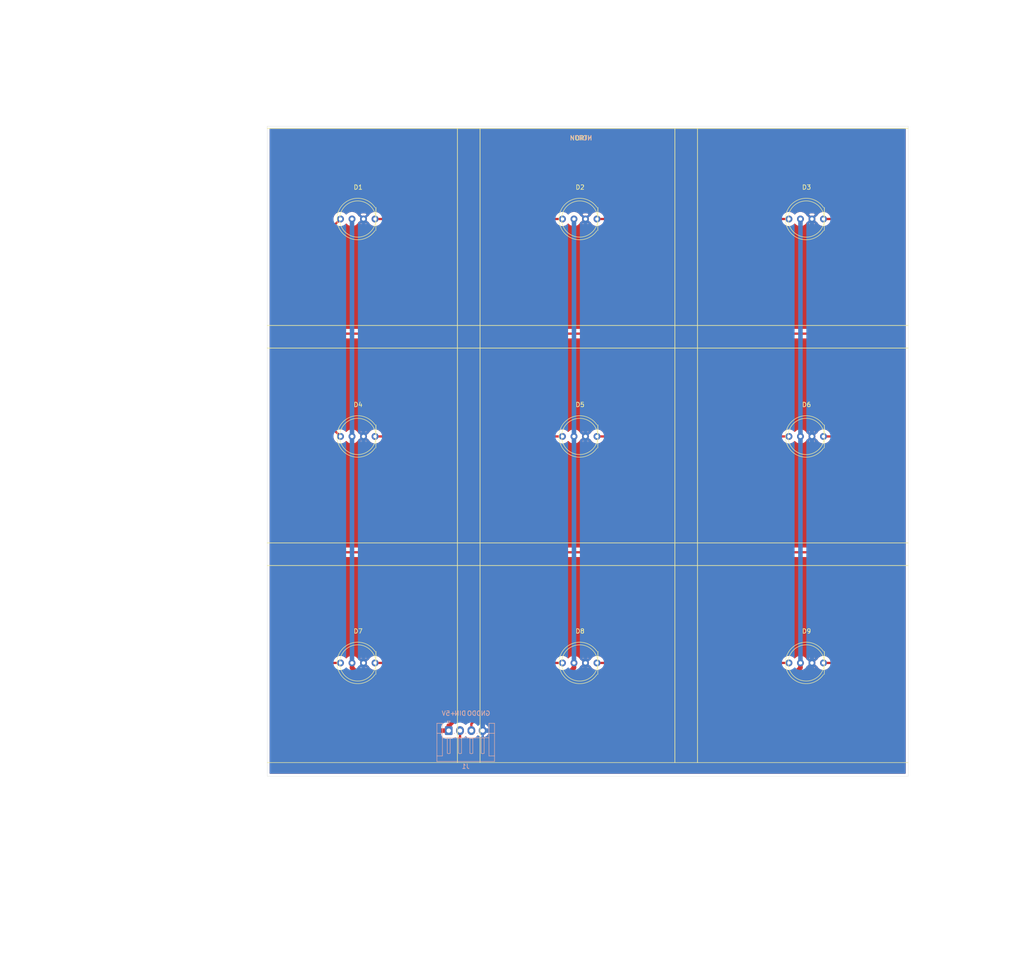
<source format=kicad_pcb>
(kicad_pcb (version 20171130) (host pcbnew 5.1.2)

  (general
    (thickness 1.6)
    (drawings 49)
    (tracks 65)
    (zones 0)
    (modules 10)
    (nets 13)
  )

  (page A4)
  (layers
    (0 F.Cu signal)
    (31 B.Cu signal)
    (32 B.Adhes user)
    (33 F.Adhes user)
    (34 B.Paste user)
    (35 F.Paste user)
    (36 B.SilkS user)
    (37 F.SilkS user)
    (38 B.Mask user)
    (39 F.Mask user)
    (40 Dwgs.User user)
    (41 Cmts.User user)
    (42 Eco1.User user)
    (43 Eco2.User user)
    (44 Edge.Cuts user)
    (45 Margin user)
    (46 B.CrtYd user)
    (47 F.CrtYd user)
    (48 B.Fab user)
    (49 F.Fab user)
  )

  (setup
    (last_trace_width 0.5)
    (trace_clearance 0.5)
    (zone_clearance 0.508)
    (zone_45_only no)
    (trace_min 0.2)
    (via_size 0.8)
    (via_drill 0.4)
    (via_min_size 0.4)
    (via_min_drill 0.3)
    (uvia_size 0.3)
    (uvia_drill 0.1)
    (uvias_allowed no)
    (uvia_min_size 0.2)
    (uvia_min_drill 0.1)
    (edge_width 0.05)
    (segment_width 0.2)
    (pcb_text_width 0.3)
    (pcb_text_size 1.5 1.5)
    (mod_edge_width 0.12)
    (mod_text_size 1 1)
    (mod_text_width 0.15)
    (pad_size 1.524 1.524)
    (pad_drill 0.762)
    (pad_to_mask_clearance 0.051)
    (solder_mask_min_width 0.25)
    (aux_axis_origin 0 0)
    (visible_elements FFFFFF7F)
    (pcbplotparams
      (layerselection 0x010fc_ffffffff)
      (usegerberextensions false)
      (usegerberattributes false)
      (usegerberadvancedattributes false)
      (creategerberjobfile false)
      (excludeedgelayer true)
      (linewidth 0.100000)
      (plotframeref false)
      (viasonmask false)
      (mode 1)
      (useauxorigin false)
      (hpglpennumber 1)
      (hpglpenspeed 20)
      (hpglpendiameter 15.000000)
      (psnegative false)
      (psa4output false)
      (plotreference true)
      (plotvalue true)
      (plotinvisibletext false)
      (padsonsilk false)
      (subtractmaskfromsilk false)
      (outputformat 1)
      (mirror false)
      (drillshape 1)
      (scaleselection 1)
      (outputdirectory ""))
  )

  (net 0 "")
  (net 1 "Net-(D1-Pad4)")
  (net 2 +5V)
  (net 3 GND)
  (net 4 "Net-(D1-Pad2)")
  (net 5 "Net-(D2-Pad2)")
  (net 6 "Net-(D3-Pad2)")
  (net 7 "Net-(D4-Pad2)")
  (net 8 "Net-(D5-Pad2)")
  (net 9 "Net-(D6-Pad2)")
  (net 10 "Net-(D7-Pad2)")
  (net 11 "Net-(D8-Pad2)")
  (net 12 "Net-(D9-Pad2)")

  (net_class Default "This is the default net class."
    (clearance 0.5)
    (trace_width 0.5)
    (via_dia 0.8)
    (via_drill 0.4)
    (uvia_dia 0.3)
    (uvia_drill 0.1)
    (add_net "Net-(D1-Pad2)")
    (add_net "Net-(D1-Pad4)")
    (add_net "Net-(D2-Pad2)")
    (add_net "Net-(D3-Pad2)")
    (add_net "Net-(D4-Pad2)")
    (add_net "Net-(D5-Pad2)")
    (add_net "Net-(D6-Pad2)")
    (add_net "Net-(D7-Pad2)")
    (add_net "Net-(D8-Pad2)")
    (add_net "Net-(D9-Pad2)")
  )

  (net_class Power ""
    (clearance 0.8)
    (trace_width 1)
    (via_dia 0.8)
    (via_drill 0.4)
    (uvia_dia 0.3)
    (uvia_drill 0.1)
    (add_net +5V)
    (add_net GND)
  )

  (module kuben:PL9823 (layer F.Cu) (tedit 5DE10553) (tstamp 5DDEE038)
    (at 97.5 90)
    (path /5DDD6C7A)
    (fp_text reference D5 (at 0.08 -7.01) (layer F.SilkS)
      (effects (font (size 1 1) (thickness 0.15)))
    )
    (fp_text value PL9823 (at 0 -5.5) (layer F.Fab)
      (effects (font (size 1 1) (thickness 0.15)))
    )
    (fp_line (start 4 0) (end 4 -2.54) (layer F.SilkS) (width 0.12))
    (fp_line (start 4 -2.54) (end 4 0) (layer F.SilkS) (width 0.12))
    (fp_line (start 4 0) (end 4 2.54) (layer F.SilkS) (width 0.12))
    (fp_circle (center 0 0) (end 4 0) (layer F.SilkS) (width 0.12))
    (fp_arc (start 0 0) (end 3.809999 -2.539999) (angle -292.6198649) (layer F.SilkS) (width 0.12))
    (pad 2 thru_hole circle (at 3.81 0) (size 1.524 1.524) (drill 0.762) (layers *.Cu *.Mask)
      (net 8 "Net-(D5-Pad2)"))
    (pad 1 thru_hole circle (at 1.27 0) (size 1.524 1.524) (drill 0.762) (layers *.Cu *.Mask)
      (net 3 GND))
    (pad 3 thru_hole circle (at -1.27 0) (size 1.524 1.524) (drill 0.762) (layers *.Cu *.Mask)
      (net 2 +5V))
    (pad 4 thru_hole circle (at -3.81 0) (size 1.524 1.524) (drill 0.762) (layers *.Cu *.Mask)
      (net 7 "Net-(D4-Pad2)"))
    (model ${KISYS3DMOD}/LED_THT.3dshapes/LED_D8.0mm-3.wrl
      (offset (xyz 2.5 0 0))
      (scale (xyz 1 1 1))
      (rotate (xyz 180 180 0))
    )
  )

  (module kuben:PL9823 (layer F.Cu) (tedit 5DE10553) (tstamp 5DDEE060)
    (at 147.5 140)
    (path /5DDDFCAB)
    (fp_text reference D9 (at 0.08 -7.01) (layer F.SilkS)
      (effects (font (size 1 1) (thickness 0.15)))
    )
    (fp_text value PL9823 (at 0 -5.5) (layer F.Fab)
      (effects (font (size 1 1) (thickness 0.15)))
    )
    (fp_line (start 4 0) (end 4 -2.54) (layer F.SilkS) (width 0.12))
    (fp_line (start 4 -2.54) (end 4 0) (layer F.SilkS) (width 0.12))
    (fp_line (start 4 0) (end 4 2.54) (layer F.SilkS) (width 0.12))
    (fp_circle (center 0 0) (end 4 0) (layer F.SilkS) (width 0.12))
    (fp_arc (start 0 0) (end 3.809999 -2.539999) (angle -292.6198649) (layer F.SilkS) (width 0.12))
    (pad 2 thru_hole circle (at 3.81 0) (size 1.524 1.524) (drill 0.762) (layers *.Cu *.Mask)
      (net 12 "Net-(D9-Pad2)"))
    (pad 1 thru_hole circle (at 1.27 0) (size 1.524 1.524) (drill 0.762) (layers *.Cu *.Mask)
      (net 3 GND))
    (pad 3 thru_hole circle (at -1.27 0) (size 1.524 1.524) (drill 0.762) (layers *.Cu *.Mask)
      (net 2 +5V))
    (pad 4 thru_hole circle (at -3.81 0) (size 1.524 1.524) (drill 0.762) (layers *.Cu *.Mask)
      (net 11 "Net-(D8-Pad2)"))
    (model ${KISYS3DMOD}/LED_THT.3dshapes/LED_D8.0mm-3.wrl
      (offset (xyz 2.5 0 0))
      (scale (xyz 1 1 1))
      (rotate (xyz 180 180 0))
    )
  )

  (module kuben:PL9823 (layer F.Cu) (tedit 5DE10553) (tstamp 5DDEE056)
    (at 97.5 140)
    (path /5DDDFCA1)
    (fp_text reference D8 (at 0.08 -7.01) (layer F.SilkS)
      (effects (font (size 1 1) (thickness 0.15)))
    )
    (fp_text value PL9823 (at 0 -5.5) (layer F.Fab)
      (effects (font (size 1 1) (thickness 0.15)))
    )
    (fp_line (start 4 0) (end 4 -2.54) (layer F.SilkS) (width 0.12))
    (fp_line (start 4 -2.54) (end 4 0) (layer F.SilkS) (width 0.12))
    (fp_line (start 4 0) (end 4 2.54) (layer F.SilkS) (width 0.12))
    (fp_circle (center 0 0) (end 4 0) (layer F.SilkS) (width 0.12))
    (fp_arc (start 0 0) (end 3.809999 -2.539999) (angle -292.6198649) (layer F.SilkS) (width 0.12))
    (pad 2 thru_hole circle (at 3.81 0) (size 1.524 1.524) (drill 0.762) (layers *.Cu *.Mask)
      (net 11 "Net-(D8-Pad2)"))
    (pad 1 thru_hole circle (at 1.27 0) (size 1.524 1.524) (drill 0.762) (layers *.Cu *.Mask)
      (net 3 GND))
    (pad 3 thru_hole circle (at -1.27 0) (size 1.524 1.524) (drill 0.762) (layers *.Cu *.Mask)
      (net 2 +5V))
    (pad 4 thru_hole circle (at -3.81 0) (size 1.524 1.524) (drill 0.762) (layers *.Cu *.Mask)
      (net 10 "Net-(D7-Pad2)"))
    (model ${KISYS3DMOD}/LED_THT.3dshapes/LED_D8.0mm-3.wrl
      (offset (xyz 2.5 0 0))
      (scale (xyz 1 1 1))
      (rotate (xyz 180 180 0))
    )
  )

  (module kuben:PL9823 (layer F.Cu) (tedit 5DE10553) (tstamp 5DDEE04C)
    (at 48.5 140)
    (path /5DDDFC97)
    (fp_text reference D7 (at 0.08 -7.01) (layer F.SilkS)
      (effects (font (size 1 1) (thickness 0.15)))
    )
    (fp_text value PL9823 (at 0 -5.5) (layer F.Fab)
      (effects (font (size 1 1) (thickness 0.15)))
    )
    (fp_line (start 4 0) (end 4 -2.54) (layer F.SilkS) (width 0.12))
    (fp_line (start 4 -2.54) (end 4 0) (layer F.SilkS) (width 0.12))
    (fp_line (start 4 0) (end 4 2.54) (layer F.SilkS) (width 0.12))
    (fp_circle (center 0 0) (end 4 0) (layer F.SilkS) (width 0.12))
    (fp_arc (start 0 0) (end 3.809999 -2.539999) (angle -292.6198649) (layer F.SilkS) (width 0.12))
    (pad 2 thru_hole circle (at 3.81 0) (size 1.524 1.524) (drill 0.762) (layers *.Cu *.Mask)
      (net 10 "Net-(D7-Pad2)"))
    (pad 1 thru_hole circle (at 1.27 0) (size 1.524 1.524) (drill 0.762) (layers *.Cu *.Mask)
      (net 3 GND))
    (pad 3 thru_hole circle (at -1.27 0) (size 1.524 1.524) (drill 0.762) (layers *.Cu *.Mask)
      (net 2 +5V))
    (pad 4 thru_hole circle (at -3.81 0) (size 1.524 1.524) (drill 0.762) (layers *.Cu *.Mask)
      (net 9 "Net-(D6-Pad2)"))
    (model ${KISYS3DMOD}/LED_THT.3dshapes/LED_D8.0mm-3.wrl
      (offset (xyz 2.5 0 0))
      (scale (xyz 1 1 1))
      (rotate (xyz 180 180 0))
    )
  )

  (module kuben:PL9823 (layer F.Cu) (tedit 5DE10553) (tstamp 5DDE3F34)
    (at 147.5 90)
    (path /5DDD8472)
    (fp_text reference D6 (at 0.08 -7.01) (layer F.SilkS)
      (effects (font (size 1 1) (thickness 0.15)))
    )
    (fp_text value PL9823 (at 0 -5.5) (layer F.Fab)
      (effects (font (size 1 1) (thickness 0.15)))
    )
    (fp_line (start 4 0) (end 4 -2.54) (layer F.SilkS) (width 0.12))
    (fp_line (start 4 -2.54) (end 4 0) (layer F.SilkS) (width 0.12))
    (fp_line (start 4 0) (end 4 2.54) (layer F.SilkS) (width 0.12))
    (fp_circle (center 0 0) (end 4 0) (layer F.SilkS) (width 0.12))
    (fp_arc (start 0 0) (end 3.809999 -2.539999) (angle -292.6198649) (layer F.SilkS) (width 0.12))
    (pad 2 thru_hole circle (at 3.81 0) (size 1.524 1.524) (drill 0.762) (layers *.Cu *.Mask)
      (net 9 "Net-(D6-Pad2)"))
    (pad 1 thru_hole circle (at 1.27 0) (size 1.524 1.524) (drill 0.762) (layers *.Cu *.Mask)
      (net 3 GND))
    (pad 3 thru_hole circle (at -1.27 0) (size 1.524 1.524) (drill 0.762) (layers *.Cu *.Mask)
      (net 2 +5V))
    (pad 4 thru_hole circle (at -3.81 0) (size 1.524 1.524) (drill 0.762) (layers *.Cu *.Mask)
      (net 8 "Net-(D5-Pad2)"))
    (model ${KISYS3DMOD}/LED_THT.3dshapes/LED_D8.0mm-3.wrl
      (offset (xyz 2.5 0 0))
      (scale (xyz 1 1 1))
      (rotate (xyz 180 180 0))
    )
  )

  (module kuben:PL9823 (layer F.Cu) (tedit 5DE10553) (tstamp 5DDEE02E)
    (at 48.5 90)
    (path /5DDD5596)
    (fp_text reference D4 (at 0.08 -7.01) (layer F.SilkS)
      (effects (font (size 1 1) (thickness 0.15)))
    )
    (fp_text value PL9823 (at 0 -5.5) (layer F.Fab)
      (effects (font (size 1 1) (thickness 0.15)))
    )
    (fp_line (start 4 0) (end 4 -2.54) (layer F.SilkS) (width 0.12))
    (fp_line (start 4 -2.54) (end 4 0) (layer F.SilkS) (width 0.12))
    (fp_line (start 4 0) (end 4 2.54) (layer F.SilkS) (width 0.12))
    (fp_circle (center 0 0) (end 4 0) (layer F.SilkS) (width 0.12))
    (fp_arc (start 0 0) (end 3.809999 -2.539999) (angle -292.6198649) (layer F.SilkS) (width 0.12))
    (pad 2 thru_hole circle (at 3.81 0) (size 1.524 1.524) (drill 0.762) (layers *.Cu *.Mask)
      (net 7 "Net-(D4-Pad2)"))
    (pad 1 thru_hole circle (at 1.27 0) (size 1.524 1.524) (drill 0.762) (layers *.Cu *.Mask)
      (net 3 GND))
    (pad 3 thru_hole circle (at -1.27 0) (size 1.524 1.524) (drill 0.762) (layers *.Cu *.Mask)
      (net 2 +5V))
    (pad 4 thru_hole circle (at -3.81 0) (size 1.524 1.524) (drill 0.762) (layers *.Cu *.Mask)
      (net 6 "Net-(D3-Pad2)"))
    (model ${KISYS3DMOD}/LED_THT.3dshapes/LED_D8.0mm-3.wrl
      (offset (xyz 2.5 0 0))
      (scale (xyz 1 1 1))
      (rotate (xyz 180 180 0))
    )
  )

  (module kuben:PL9823 (layer F.Cu) (tedit 5DE10553) (tstamp 5DDEE024)
    (at 147.5 42)
    (path /5DDD4D27)
    (fp_text reference D3 (at 0.08 -7.01) (layer F.SilkS)
      (effects (font (size 1 1) (thickness 0.15)))
    )
    (fp_text value PL9823 (at 0 -5.5) (layer F.Fab)
      (effects (font (size 1 1) (thickness 0.15)))
    )
    (fp_line (start 4 0) (end 4 -2.54) (layer F.SilkS) (width 0.12))
    (fp_line (start 4 -2.54) (end 4 0) (layer F.SilkS) (width 0.12))
    (fp_line (start 4 0) (end 4 2.54) (layer F.SilkS) (width 0.12))
    (fp_circle (center 0 0) (end 4 0) (layer F.SilkS) (width 0.12))
    (fp_arc (start 0 0) (end 3.809999 -2.539999) (angle -292.6198649) (layer F.SilkS) (width 0.12))
    (pad 2 thru_hole circle (at 3.81 0) (size 1.524 1.524) (drill 0.762) (layers *.Cu *.Mask)
      (net 6 "Net-(D3-Pad2)"))
    (pad 1 thru_hole circle (at 1.27 0) (size 1.524 1.524) (drill 0.762) (layers *.Cu *.Mask)
      (net 3 GND))
    (pad 3 thru_hole circle (at -1.27 0) (size 1.524 1.524) (drill 0.762) (layers *.Cu *.Mask)
      (net 2 +5V))
    (pad 4 thru_hole circle (at -3.81 0) (size 1.524 1.524) (drill 0.762) (layers *.Cu *.Mask)
      (net 5 "Net-(D2-Pad2)"))
    (model ${KISYS3DMOD}/LED_THT.3dshapes/LED_D8.0mm-3.wrl
      (offset (xyz 2.5 0 0))
      (scale (xyz 1 1 1))
      (rotate (xyz 180 180 0))
    )
  )

  (module kuben:PL9823 (layer F.Cu) (tedit 5DE10553) (tstamp 5DDEE01A)
    (at 97.5 42)
    (path /5DDD39C4)
    (fp_text reference D2 (at 0.08 -7.01) (layer F.SilkS)
      (effects (font (size 1 1) (thickness 0.15)))
    )
    (fp_text value PL9823 (at 0 -5.5) (layer F.Fab)
      (effects (font (size 1 1) (thickness 0.15)))
    )
    (fp_line (start 4 0) (end 4 -2.54) (layer F.SilkS) (width 0.12))
    (fp_line (start 4 -2.54) (end 4 0) (layer F.SilkS) (width 0.12))
    (fp_line (start 4 0) (end 4 2.54) (layer F.SilkS) (width 0.12))
    (fp_circle (center 0 0) (end 4 0) (layer F.SilkS) (width 0.12))
    (fp_arc (start 0 0) (end 3.809999 -2.539999) (angle -292.6198649) (layer F.SilkS) (width 0.12))
    (pad 2 thru_hole circle (at 3.81 0) (size 1.524 1.524) (drill 0.762) (layers *.Cu *.Mask)
      (net 5 "Net-(D2-Pad2)"))
    (pad 1 thru_hole circle (at 1.27 0) (size 1.524 1.524) (drill 0.762) (layers *.Cu *.Mask)
      (net 3 GND))
    (pad 3 thru_hole circle (at -1.27 0) (size 1.524 1.524) (drill 0.762) (layers *.Cu *.Mask)
      (net 2 +5V))
    (pad 4 thru_hole circle (at -3.81 0) (size 1.524 1.524) (drill 0.762) (layers *.Cu *.Mask)
      (net 4 "Net-(D1-Pad2)"))
    (model ${KISYS3DMOD}/LED_THT.3dshapes/LED_D8.0mm-3.wrl
      (offset (xyz 2.5 0 0))
      (scale (xyz 1 1 1))
      (rotate (xyz 180 180 0))
    )
  )

  (module kuben:PL9823 (layer F.Cu) (tedit 5DE10553) (tstamp 5DDE3E9D)
    (at 48.5 42)
    (path /5DDEF2CF)
    (fp_text reference D1 (at 0.08 -7.01) (layer F.SilkS)
      (effects (font (size 1 1) (thickness 0.15)))
    )
    (fp_text value PL9823 (at 0 -5.5) (layer F.Fab)
      (effects (font (size 1 1) (thickness 0.15)))
    )
    (fp_line (start 4 0) (end 4 -2.54) (layer F.SilkS) (width 0.12))
    (fp_line (start 4 -2.54) (end 4 0) (layer F.SilkS) (width 0.12))
    (fp_line (start 4 0) (end 4 2.54) (layer F.SilkS) (width 0.12))
    (fp_circle (center 0 0) (end 4 0) (layer F.SilkS) (width 0.12))
    (fp_arc (start 0 0) (end 3.809999 -2.539999) (angle -292.6198649) (layer F.SilkS) (width 0.12))
    (pad 2 thru_hole circle (at 3.81 0) (size 1.524 1.524) (drill 0.762) (layers *.Cu *.Mask)
      (net 4 "Net-(D1-Pad2)"))
    (pad 1 thru_hole circle (at 1.27 0) (size 1.524 1.524) (drill 0.762) (layers *.Cu *.Mask)
      (net 3 GND))
    (pad 3 thru_hole circle (at -1.27 0) (size 1.524 1.524) (drill 0.762) (layers *.Cu *.Mask)
      (net 2 +5V))
    (pad 4 thru_hole circle (at -3.81 0) (size 1.524 1.524) (drill 0.762) (layers *.Cu *.Mask)
      (net 1 "Net-(D1-Pad4)"))
    (model ${KISYS3DMOD}/LED_THT.3dshapes/LED_D8.0mm-3.wrl
      (offset (xyz 2.5 0 0))
      (scale (xyz 1 1 1))
      (rotate (xyz 180 180 0))
    )
  )

  (module Connector_JST:JST_EH_S4B-EH_1x04_P2.50mm_Horizontal (layer B.Cu) (tedit 5C281425) (tstamp 5DE6955C)
    (at 68.58 154.94)
    (descr "JST EH series connector, S4B-EH (http://www.jst-mfg.com/product/pdf/eng/eEH.pdf), generated with kicad-footprint-generator")
    (tags "connector JST EH horizontal")
    (path /5DE1312F)
    (fp_text reference J1 (at 3.75 7.9) (layer B.SilkS)
      (effects (font (size 1 1) (thickness 0.15)) (justify mirror))
    )
    (fp_text value Conn_01x04 (at 3.75 -2.7) (layer B.Fab)
      (effects (font (size 1 1) (thickness 0.15)) (justify mirror))
    )
    (fp_line (start -1.5 0.7) (end -1.5 -1.5) (layer B.Fab) (width 0.1))
    (fp_line (start -1.5 -1.5) (end -2.5 -1.5) (layer B.Fab) (width 0.1))
    (fp_line (start -2.5 -1.5) (end -2.5 6.7) (layer B.Fab) (width 0.1))
    (fp_line (start -2.5 6.7) (end 10 6.7) (layer B.Fab) (width 0.1))
    (fp_line (start 10 6.7) (end 10 -1.5) (layer B.Fab) (width 0.1))
    (fp_line (start 10 -1.5) (end 9 -1.5) (layer B.Fab) (width 0.1))
    (fp_line (start 9 -1.5) (end 9 0.7) (layer B.Fab) (width 0.1))
    (fp_line (start 9 0.7) (end -1.5 0.7) (layer B.Fab) (width 0.1))
    (fp_line (start -3 7.2) (end -3 -2) (layer B.CrtYd) (width 0.05))
    (fp_line (start -3 -2) (end 10.5 -2) (layer B.CrtYd) (width 0.05))
    (fp_line (start 10.5 -2) (end 10.5 7.2) (layer B.CrtYd) (width 0.05))
    (fp_line (start 10.5 7.2) (end -3 7.2) (layer B.CrtYd) (width 0.05))
    (fp_line (start -1.39 0.59) (end -1.39 -1.61) (layer B.SilkS) (width 0.12))
    (fp_line (start -1.39 -1.61) (end -2.61 -1.61) (layer B.SilkS) (width 0.12))
    (fp_line (start -2.61 -1.61) (end -2.61 6.81) (layer B.SilkS) (width 0.12))
    (fp_line (start -2.61 6.81) (end 10.11 6.81) (layer B.SilkS) (width 0.12))
    (fp_line (start 10.11 6.81) (end 10.11 -1.61) (layer B.SilkS) (width 0.12))
    (fp_line (start 10.11 -1.61) (end 8.89 -1.61) (layer B.SilkS) (width 0.12))
    (fp_line (start 8.89 -1.61) (end 8.89 0.59) (layer B.SilkS) (width 0.12))
    (fp_line (start -2.61 5.59) (end -1.39 5.59) (layer B.SilkS) (width 0.12))
    (fp_line (start -1.39 5.59) (end -1.39 0.59) (layer B.SilkS) (width 0.12))
    (fp_line (start -1.39 0.59) (end -2.61 0.59) (layer B.SilkS) (width 0.12))
    (fp_line (start 10.11 5.59) (end 8.89 5.59) (layer B.SilkS) (width 0.12))
    (fp_line (start 8.89 5.59) (end 8.89 0.59) (layer B.SilkS) (width 0.12))
    (fp_line (start 8.89 0.59) (end 10.11 0.59) (layer B.SilkS) (width 0.12))
    (fp_line (start -1.39 1.59) (end 8.89 1.59) (layer B.SilkS) (width 0.12))
    (fp_line (start 0 1.59) (end -0.32 1.59) (layer B.SilkS) (width 0.12))
    (fp_line (start -0.32 1.59) (end -0.32 5.01) (layer B.SilkS) (width 0.12))
    (fp_line (start -0.32 5.01) (end 0 5.09) (layer B.SilkS) (width 0.12))
    (fp_line (start 0 5.09) (end 0.32 5.01) (layer B.SilkS) (width 0.12))
    (fp_line (start 0.32 5.01) (end 0.32 1.59) (layer B.SilkS) (width 0.12))
    (fp_line (start 0.32 1.59) (end 0 1.59) (layer B.SilkS) (width 0.12))
    (fp_line (start 1.17 0.59) (end 1.33 0.59) (layer B.SilkS) (width 0.12))
    (fp_line (start 2.5 1.59) (end 2.18 1.59) (layer B.SilkS) (width 0.12))
    (fp_line (start 2.18 1.59) (end 2.18 5.01) (layer B.SilkS) (width 0.12))
    (fp_line (start 2.18 5.01) (end 2.5 5.09) (layer B.SilkS) (width 0.12))
    (fp_line (start 2.5 5.09) (end 2.82 5.01) (layer B.SilkS) (width 0.12))
    (fp_line (start 2.82 5.01) (end 2.82 1.59) (layer B.SilkS) (width 0.12))
    (fp_line (start 2.82 1.59) (end 2.5 1.59) (layer B.SilkS) (width 0.12))
    (fp_line (start 3.67 0.59) (end 3.83 0.59) (layer B.SilkS) (width 0.12))
    (fp_line (start 5 1.59) (end 4.68 1.59) (layer B.SilkS) (width 0.12))
    (fp_line (start 4.68 1.59) (end 4.68 5.01) (layer B.SilkS) (width 0.12))
    (fp_line (start 4.68 5.01) (end 5 5.09) (layer B.SilkS) (width 0.12))
    (fp_line (start 5 5.09) (end 5.32 5.01) (layer B.SilkS) (width 0.12))
    (fp_line (start 5.32 5.01) (end 5.32 1.59) (layer B.SilkS) (width 0.12))
    (fp_line (start 5.32 1.59) (end 5 1.59) (layer B.SilkS) (width 0.12))
    (fp_line (start 6.17 0.59) (end 6.33 0.59) (layer B.SilkS) (width 0.12))
    (fp_line (start 7.5 1.59) (end 7.18 1.59) (layer B.SilkS) (width 0.12))
    (fp_line (start 7.18 1.59) (end 7.18 5.01) (layer B.SilkS) (width 0.12))
    (fp_line (start 7.18 5.01) (end 7.5 5.09) (layer B.SilkS) (width 0.12))
    (fp_line (start 7.5 5.09) (end 7.82 5.01) (layer B.SilkS) (width 0.12))
    (fp_line (start 7.82 5.01) (end 7.82 1.59) (layer B.SilkS) (width 0.12))
    (fp_line (start 7.82 1.59) (end 7.5 1.59) (layer B.SilkS) (width 0.12))
    (fp_line (start 0 -1.5) (end -0.3 -2.1) (layer B.SilkS) (width 0.12))
    (fp_line (start -0.3 -2.1) (end 0.3 -2.1) (layer B.SilkS) (width 0.12))
    (fp_line (start 0.3 -2.1) (end 0 -1.5) (layer B.SilkS) (width 0.12))
    (fp_line (start -0.5 0.7) (end 0 1.407107) (layer B.Fab) (width 0.1))
    (fp_line (start 0 1.407107) (end 0.5 0.7) (layer B.Fab) (width 0.1))
    (fp_text user %R (at 3.75 2.6) (layer B.Fab)
      (effects (font (size 1 1) (thickness 0.15)) (justify mirror))
    )
    (pad 1 thru_hole roundrect (at 0 0) (size 1.7 1.95) (drill 0.95) (layers *.Cu *.Mask) (roundrect_rratio 0.147059)
      (net 2 +5V))
    (pad 2 thru_hole oval (at 2.5 0) (size 1.7 1.95) (drill 0.95) (layers *.Cu *.Mask)
      (net 1 "Net-(D1-Pad4)"))
    (pad 3 thru_hole oval (at 5 0) (size 1.7 1.95) (drill 0.95) (layers *.Cu *.Mask)
      (net 12 "Net-(D9-Pad2)"))
    (pad 4 thru_hole oval (at 7.5 0) (size 1.7 1.95) (drill 0.95) (layers *.Cu *.Mask)
      (net 3 GND))
    (model ${KISYS3DMOD}/Connector_JST.3dshapes/JST_EH_S4B-EH_1x04_P2.50mm_Horizontal.wrl
      (at (xyz 0 0 0))
      (scale (xyz 1 1 1))
      (rotate (xyz 0 0 0))
    )
  )

  (gr_text "Daniel Olsen" (at 160.02 160.02) (layer B.Mask) (tstamp 5DE8B9FF)
    (effects (font (size 1.5 1.5) (thickness 0.3)) (justify mirror))
  )
  (gr_text "Horten Videregående Skole 2019/20" (at 50.8 24.13) (layer B.Mask) (tstamp 5DE8B94F)
    (effects (font (size 1.5 1.5) (thickness 0.3)) (justify mirror))
  )
  (gr_text Dataelektronikk (at 39.37 26.67) (layer B.Mask) (tstamp 5DE8B94E)
    (effects (font (size 1.5 1.5) (thickness 0.3)) (justify mirror))
  )
  (gr_text GND (at 76.2 151.13) (layer B.SilkS)
    (effects (font (size 1 1) (thickness 0.15)) (justify mirror))
  )
  (gr_text +5V (at 68.58 151.13) (layer B.SilkS)
    (effects (font (size 1 1) (thickness 0.15)) (justify mirror))
  )
  (gr_text DIN (at 71.12 151.13) (layer B.SilkS)
    (effects (font (size 1 1) (thickness 0.15)) (justify mirror))
  )
  (gr_text NORTH (at 97.79 24.13) (layer B.SilkS)
    (effects (font (size 1 1) (thickness 0.15)) (justify mirror))
  )
  (gr_text NORTH (at 97.79 24.13) (layer F.SilkS)
    (effects (font (size 1 1) (thickness 0.15)))
  )
  (gr_text Dataelektronikk (at 39.37 26.67) (layer F.Mask)
    (effects (font (size 1.5 1.5) (thickness 0.3)))
  )
  (gr_text "Horten Videregående Skole 2019/20" (at 50.8 24.13) (layer F.Mask)
    (effects (font (size 1.5 1.5) (thickness 0.3)))
  )
  (gr_text "Daniel Olsen" (at 160.02 160.02) (layer F.Mask)
    (effects (font (size 1.5 1.5) (thickness 0.3)))
  )
  (dimension 141.5 (width 0.15) (layer F.Fab)
    (gr_text "141.500 mm" (at 99.25 18.2) (layer F.Fab)
      (effects (font (size 1 1) (thickness 0.15)))
    )
    (feature1 (pts (xy 170 21.5) (xy 170 18.913579)))
    (feature2 (pts (xy 28.5 21.5) (xy 28.5 18.913579)))
    (crossbar (pts (xy 28.5 19.5) (xy 170 19.5)))
    (arrow1a (pts (xy 170 19.5) (xy 168.873496 20.086421)))
    (arrow1b (pts (xy 170 19.5) (xy 168.873496 18.913579)))
    (arrow2a (pts (xy 28.5 19.5) (xy 29.626504 20.086421)))
    (arrow2b (pts (xy 28.5 19.5) (xy 29.626504 18.913579)))
  )
  (gr_line (start 28.5 22) (end 170 22) (layer F.SilkS) (width 0.15))
  (gr_line (start 170 165) (end 170 21.5) (layer Edge.Cuts) (width 0.05))
  (gr_line (start 28.5 165) (end 170 165) (layer Edge.Cuts) (width 0.05))
  (gr_line (start 28.5 21.5) (end 170 21.5) (layer Edge.Cuts) (width 0.05))
  (gr_line (start 28.5 165) (end 28.5 21.5) (layer Edge.Cuts) (width 0.05))
  (gr_text DO (at 73.66 151.13) (layer B.SilkS)
    (effects (font (size 1 1) (thickness 0.15)) (justify mirror))
  )
  (gr_line (start 28.5 162) (end 170 162) (layer F.SilkS) (width 0.12))
  (gr_line (start 123.5 162) (end 123.5 22) (layer F.SilkS) (width 0.15))
  (gr_line (start 118.5 162) (end 118.5 22) (layer F.SilkS) (width 0.15))
  (gr_line (start 75.5 162) (end 75.5 22) (layer F.SilkS) (width 0.15))
  (gr_line (start 70.5 162) (end 70.5 22) (layer F.SilkS) (width 0.15))
  (gr_line (start 28.5 118.5) (end 170 118.5) (layer F.SilkS) (width 0.15))
  (gr_line (start 28.5 113.5) (end 170 113.5) (layer F.SilkS) (width 0.15))
  (gr_line (start 28.5 70.5) (end 170 70.5) (layer F.SilkS) (width 0.15))
  (gr_line (start 28.5 65.5) (end 170 65.5) (layer F.SilkS) (width 0.15))
  (dimension 5 (width 0.15) (layer F.Fab)
    (gr_text "5.000 mm" (at 17.7 116 90) (layer F.Fab)
      (effects (font (size 1 1) (thickness 0.15)))
    )
    (feature1 (pts (xy 22 113.5) (xy 18.413579 113.5)))
    (feature2 (pts (xy 22 118.5) (xy 18.413579 118.5)))
    (crossbar (pts (xy 19 118.5) (xy 19 113.5)))
    (arrow1a (pts (xy 19 113.5) (xy 19.586421 114.626504)))
    (arrow1b (pts (xy 19 113.5) (xy 18.413579 114.626504)))
    (arrow2a (pts (xy 19 118.5) (xy 19.586421 117.373496)))
    (arrow2b (pts (xy 19 118.5) (xy 18.413579 117.373496)))
  )
  (dimension 5 (width 0.15) (layer F.Fab)
    (gr_text "5.000 mm" (at 18.2 19.5 90) (layer F.Fab)
      (effects (font (size 1 1) (thickness 0.15)))
    )
    (feature1 (pts (xy 22 17) (xy 18.913579 17)))
    (feature2 (pts (xy 22 22) (xy 18.913579 22)))
    (crossbar (pts (xy 19.5 22) (xy 19.5 17)))
    (arrow1a (pts (xy 19.5 17) (xy 20.086421 18.126504)))
    (arrow1b (pts (xy 19.5 17) (xy 18.913579 18.126504)))
    (arrow2a (pts (xy 19.5 22) (xy 20.086421 20.873496)))
    (arrow2b (pts (xy 19.5 22) (xy 18.913579 20.873496)))
  )
  (dimension 43.5 (width 0.15) (layer F.Fab)
    (gr_text "43.500 mm" (at 14.2 43.75 90) (layer F.Fab)
      (effects (font (size 1 1) (thickness 0.15)))
    )
    (feature1 (pts (xy 22 22) (xy 14.913579 22)))
    (feature2 (pts (xy 22 65.5) (xy 14.913579 65.5)))
    (crossbar (pts (xy 15.5 65.5) (xy 15.5 22)))
    (arrow1a (pts (xy 15.5 22) (xy 16.086421 23.126504)))
    (arrow1b (pts (xy 15.5 22) (xy 14.913579 23.126504)))
    (arrow2a (pts (xy 15.5 65.5) (xy 16.086421 64.373496)))
    (arrow2b (pts (xy 15.5 65.5) (xy 14.913579 64.373496)))
  )
  (dimension 5 (width 0.15) (layer F.Fab)
    (gr_text "5.000 mm" (at 17.7 68 90) (layer F.Fab)
      (effects (font (size 1 1) (thickness 0.15)))
    )
    (feature1 (pts (xy 22 65.5) (xy 18.413579 65.5)))
    (feature2 (pts (xy 22 70.5) (xy 18.413579 70.5)))
    (crossbar (pts (xy 19 70.5) (xy 19 65.5)))
    (arrow1a (pts (xy 19 65.5) (xy 19.586421 66.626504)))
    (arrow1b (pts (xy 19 65.5) (xy 18.413579 66.626504)))
    (arrow2a (pts (xy 19 70.5) (xy 19.586421 69.373496)))
    (arrow2b (pts (xy 19 70.5) (xy 18.413579 69.373496)))
  )
  (dimension 43 (width 0.15) (layer F.Fab)
    (gr_text "43.000 mm" (at 14.2 92 90) (layer F.Fab)
      (effects (font (size 1 1) (thickness 0.15)))
    )
    (feature1 (pts (xy 22 70.5) (xy 14.913579 70.5)))
    (feature2 (pts (xy 22 113.5) (xy 14.913579 113.5)))
    (crossbar (pts (xy 15.5 113.5) (xy 15.5 70.5)))
    (arrow1a (pts (xy 15.5 70.5) (xy 16.086421 71.626504)))
    (arrow1b (pts (xy 15.5 70.5) (xy 14.913579 71.626504)))
    (arrow2a (pts (xy 15.5 113.5) (xy 16.086421 112.373496)))
    (arrow2b (pts (xy 15.5 113.5) (xy 14.913579 112.373496)))
  )
  (dimension 43.5 (width 0.15) (layer F.Fab)
    (gr_text "43.500 mm" (at 14.2 140.25 90) (layer F.Fab)
      (effects (font (size 1 1) (thickness 0.15)))
    )
    (feature1 (pts (xy 22 118.5) (xy 14.913579 118.5)))
    (feature2 (pts (xy 22 162) (xy 14.913579 162)))
    (crossbar (pts (xy 15.5 162) (xy 15.5 118.5)))
    (arrow1a (pts (xy 15.5 118.5) (xy 16.086421 119.626504)))
    (arrow1b (pts (xy 15.5 118.5) (xy 14.913579 119.626504)))
    (arrow2a (pts (xy 15.5 162) (xy 16.086421 160.873496)))
    (arrow2b (pts (xy 15.5 162) (xy 14.913579 160.873496)))
  )
  (dimension 5 (width 0.15) (layer F.Fab)
    (gr_text "5.000 mm" (at 18.7 164.5 90) (layer F.Fab)
      (effects (font (size 1 1) (thickness 0.15)))
    )
    (feature1 (pts (xy 22 162) (xy 19.413579 162)))
    (feature2 (pts (xy 22 167) (xy 19.413579 167)))
    (crossbar (pts (xy 20 167) (xy 20 162)))
    (arrow1a (pts (xy 20 162) (xy 20.586421 163.126504)))
    (arrow1b (pts (xy 20 162) (xy 19.413579 163.126504)))
    (arrow2a (pts (xy 20 167) (xy 20.586421 165.873496)))
    (arrow2b (pts (xy 20 167) (xy 19.413579 165.873496)))
  )
  (dimension 5 (width 0.15) (layer F.Fab)
    (gr_text "5.000 mm" (at 169.5 171.3) (layer F.Fab)
      (effects (font (size 1 1) (thickness 0.15)))
    )
    (feature1 (pts (xy 172 167) (xy 172 170.586421)))
    (feature2 (pts (xy 167 167) (xy 167 170.586421)))
    (crossbar (pts (xy 167 170) (xy 172 170)))
    (arrow1a (pts (xy 172 170) (xy 170.873496 170.586421)))
    (arrow1b (pts (xy 172 170) (xy 170.873496 169.413579)))
    (arrow2a (pts (xy 167 170) (xy 168.126504 170.586421)))
    (arrow2b (pts (xy 167 170) (xy 168.126504 169.413579)))
  )
  (dimension 43.5 (width 0.15) (layer F.Fab)
    (gr_text "43.500 mm" (at 145.25 173.3) (layer F.Fab)
      (effects (font (size 1 1) (thickness 0.15)))
    )
    (feature1 (pts (xy 167 167) (xy 167 172.586421)))
    (feature2 (pts (xy 123.5 167) (xy 123.5 172.586421)))
    (crossbar (pts (xy 123.5 172) (xy 167 172)))
    (arrow1a (pts (xy 167 172) (xy 165.873496 172.586421)))
    (arrow1b (pts (xy 167 172) (xy 165.873496 171.413579)))
    (arrow2a (pts (xy 123.5 172) (xy 124.626504 172.586421)))
    (arrow2b (pts (xy 123.5 172) (xy 124.626504 171.413579)))
  )
  (dimension 5 (width 0.15) (layer F.Fab)
    (gr_text "5.000 mm" (at 121 171.3) (layer F.Fab)
      (effects (font (size 1 1) (thickness 0.15)))
    )
    (feature1 (pts (xy 123.5 167) (xy 123.5 170.586421)))
    (feature2 (pts (xy 118.5 167) (xy 118.5 170.586421)))
    (crossbar (pts (xy 118.5 170) (xy 123.5 170)))
    (arrow1a (pts (xy 123.5 170) (xy 122.373496 170.586421)))
    (arrow1b (pts (xy 123.5 170) (xy 122.373496 169.413579)))
    (arrow2a (pts (xy 118.5 170) (xy 119.626504 170.586421)))
    (arrow2b (pts (xy 118.5 170) (xy 119.626504 169.413579)))
  )
  (dimension 43 (width 0.15) (layer F.Fab)
    (gr_text "43.000 mm" (at 97 173.3) (layer F.Fab)
      (effects (font (size 1 1) (thickness 0.15)))
    )
    (feature1 (pts (xy 118.5 167) (xy 118.5 172.586421)))
    (feature2 (pts (xy 75.5 167) (xy 75.5 172.586421)))
    (crossbar (pts (xy 75.5 172) (xy 118.5 172)))
    (arrow1a (pts (xy 118.5 172) (xy 117.373496 172.586421)))
    (arrow1b (pts (xy 118.5 172) (xy 117.373496 171.413579)))
    (arrow2a (pts (xy 75.5 172) (xy 76.626504 172.586421)))
    (arrow2b (pts (xy 75.5 172) (xy 76.626504 171.413579)))
  )
  (dimension 5 (width 0.15) (layer F.Fab)
    (gr_text "5.000 mm" (at 73 171.3) (layer F.Fab)
      (effects (font (size 1 1) (thickness 0.15)))
    )
    (feature1 (pts (xy 75.5 167) (xy 75.5 170.586421)))
    (feature2 (pts (xy 70.5 167) (xy 70.5 170.586421)))
    (crossbar (pts (xy 70.5 170) (xy 75.5 170)))
    (arrow1a (pts (xy 75.5 170) (xy 74.373496 170.586421)))
    (arrow1b (pts (xy 75.5 170) (xy 74.373496 169.413579)))
    (arrow2a (pts (xy 70.5 170) (xy 71.626504 170.586421)))
    (arrow2b (pts (xy 70.5 170) (xy 71.626504 169.413579)))
  )
  (dimension 43.5 (width 0.15) (layer F.Fab)
    (gr_text "43.500 mm" (at 48.75 173.3) (layer F.Fab)
      (effects (font (size 1 1) (thickness 0.15)))
    )
    (feature1 (pts (xy 70.5 167) (xy 70.5 172.586421)))
    (feature2 (pts (xy 27 167) (xy 27 172.586421)))
    (crossbar (pts (xy 27 172) (xy 70.5 172)))
    (arrow1a (pts (xy 70.5 172) (xy 69.373496 172.586421)))
    (arrow1b (pts (xy 70.5 172) (xy 69.373496 171.413579)))
    (arrow2a (pts (xy 27 172) (xy 28.126504 172.586421)))
    (arrow2b (pts (xy 27 172) (xy 28.126504 171.413579)))
  )
  (dimension 5 (width 0.12) (layer F.Fab)
    (gr_text "5.000 mm" (at 24.5 170.27) (layer F.Fab)
      (effects (font (size 1 1) (thickness 0.15)))
    )
    (feature1 (pts (xy 27 167) (xy 27 169.586421)))
    (feature2 (pts (xy 22 167) (xy 22 169.586421)))
    (crossbar (pts (xy 22 169) (xy 27 169)))
    (arrow1a (pts (xy 27 169) (xy 25.873496 169.586421)))
    (arrow1b (pts (xy 27 169) (xy 25.873496 168.413579)))
    (arrow2a (pts (xy 22 169) (xy 23.126504 169.586421)))
    (arrow2b (pts (xy 22 169) (xy 23.126504 168.413579)))
  )
  (gr_line (start 22 167) (end 22 17) (layer F.Fab) (width 0.12) (tstamp 5DDE321E))
  (gr_line (start 22 167) (end 172 167) (layer F.Fab) (width 0.12) (tstamp 5DDE321D))
  (dimension 150 (width 0.12) (layer F.Fab) (tstamp 5DDE321B)
    (gr_text "150.000 mm" (at 97 177.77) (layer F.Fab) (tstamp 5DDE321B)
      (effects (font (size 1 1) (thickness 0.15)))
    )
    (feature1 (pts (xy 22 167) (xy 22 177.086421)))
    (feature2 (pts (xy 172 167) (xy 172 177.086421)))
    (crossbar (pts (xy 172 176.5) (xy 22 176.5)))
    (arrow1a (pts (xy 22 176.5) (xy 23.126504 175.913579)))
    (arrow1b (pts (xy 22 176.5) (xy 23.126504 177.086421)))
    (arrow2a (pts (xy 172 176.5) (xy 170.873496 175.913579)))
    (arrow2b (pts (xy 172 176.5) (xy 170.873496 177.086421)))
  )
  (dimension 150 (width 0.12) (layer F.Fab) (tstamp 5DDE3219)
    (gr_text "150.000 mm" (at 27.27 92 -90) (layer F.Fab) (tstamp 5DDE3219)
      (effects (font (size 1 1) (thickness 0.15)))
    )
    (feature1 (pts (xy 22 167) (xy 26.586421 167)))
    (feature2 (pts (xy 22 17) (xy 26.586421 17)))
    (crossbar (pts (xy 26 17) (xy 26 167)))
    (arrow1a (pts (xy 26 167) (xy 26.586421 165.873496)))
    (arrow1b (pts (xy 26 167) (xy 25.413579 165.873496)))
    (arrow2a (pts (xy 26 17) (xy 26.586421 18.126504)))
    (arrow2b (pts (xy 26 17) (xy 25.413579 18.126504)))
  )
  (gr_line (start 172 17) (end 172 167) (layer F.Fab) (width 0.12) (tstamp 5DDE31DF))
  (dimension 150 (width 0.12) (layer F.Fab) (tstamp 5DDE31DD)
    (gr_text "150.000 mm" (at 175.77 92 90) (layer F.Fab) (tstamp 5DDE31DD)
      (effects (font (size 1 1) (thickness 0.15)))
    )
    (feature1 (pts (xy 172 17) (xy 175.086421 17)))
    (feature2 (pts (xy 172 167) (xy 175.086421 167)))
    (crossbar (pts (xy 174.5 167) (xy 174.5 17)))
    (arrow1a (pts (xy 174.5 17) (xy 175.086421 18.126504)))
    (arrow1b (pts (xy 174.5 17) (xy 173.913579 18.126504)))
    (arrow2a (pts (xy 174.5 167) (xy 175.086421 165.873496)))
    (arrow2b (pts (xy 174.5 167) (xy 173.913579 165.873496)))
  )
  (gr_line (start 172 17) (end 22 17) (layer F.Fab) (width 0.12))
  (dimension 150 (width 0.12) (layer F.Fab)
    (gr_text "150.000 mm" (at 97 12.73) (layer F.Fab)
      (effects (font (size 1 1) (thickness 0.15)))
    )
    (feature1 (pts (xy 172 17) (xy 172 13.413579)))
    (feature2 (pts (xy 22 17) (xy 22 13.413579)))
    (crossbar (pts (xy 22 14) (xy 172 14)))
    (arrow1a (pts (xy 172 14) (xy 170.873496 14.586421)))
    (arrow1b (pts (xy 172 14) (xy 170.873496 13.413579)))
    (arrow2a (pts (xy 22 14) (xy 23.126504 14.586421)))
    (arrow2b (pts (xy 22 14) (xy 23.126504 13.413579)))
  )

  (segment (start 35.82999 50.86001) (end 35.82999 153.93999) (width 0.5) (layer F.Cu) (net 1))
  (segment (start 44.69 42) (end 35.82999 50.86001) (width 0.5) (layer F.Cu) (net 1))
  (segment (start 35.82999 153.93999) (end 39.37 157.48) (width 0.5) (layer F.Cu) (net 1))
  (segment (start 71.08 156.415) (end 71.08 154.94) (width 0.5) (layer F.Cu) (net 1))
  (segment (start 70.015 157.48) (end 71.08 156.415) (width 0.5) (layer F.Cu) (net 1))
  (segment (start 39.37 157.48) (end 70.015 157.48) (width 0.5) (layer F.Cu) (net 1))
  (segment (start 47.23 42) (end 47.23 139.7) (width 1) (layer B.Cu) (net 2))
  (segment (start 96.23 42) (end 96.23 140) (width 1) (layer B.Cu) (net 2))
  (segment (start 146.23 42) (end 146.23 140) (width 1) (layer B.Cu) (net 2))
  (segment (start 47.23 141.07763) (end 47.23 140) (width 1) (layer F.Cu) (net 2))
  (segment (start 61.09237 154.94) (end 47.23 141.07763) (width 1) (layer F.Cu) (net 2))
  (segment (start 68.58 154.94) (end 61.09237 154.94) (width 1) (layer F.Cu) (net 2))
  (segment (start 68.58 153.865) (end 76.395 146.05) (width 1) (layer F.Cu) (net 2))
  (segment (start 68.58 154.94) (end 68.58 153.865) (width 1) (layer F.Cu) (net 2))
  (segment (start 96.23 141.07763) (end 96.23 140) (width 1) (layer F.Cu) (net 2))
  (segment (start 91.25763 146.05) (end 96.23 141.07763) (width 1) (layer F.Cu) (net 2))
  (segment (start 76.395 146.05) (end 91.25763 146.05) (width 1) (layer F.Cu) (net 2))
  (segment (start 146.23 141.07763) (end 146.23 140) (width 1) (layer F.Cu) (net 2))
  (segment (start 141.25763 146.05) (end 146.23 141.07763) (width 1) (layer F.Cu) (net 2))
  (segment (start 91.25763 146.05) (end 141.25763 146.05) (width 1) (layer F.Cu) (net 2))
  (segment (start 49.77 140) (end 49.77 41.91) (width 1) (layer B.Cu) (net 3))
  (segment (start 98.77 140) (end 98.77 42) (width 1) (layer B.Cu) (net 3))
  (segment (start 148.77 140) (end 148.77 42) (width 1) (layer B.Cu) (net 3))
  (segment (start 98.77 141.07763) (end 98.77 140) (width 1) (layer B.Cu) (net 3))
  (segment (start 98.77 141.26) (end 98.77 141.07763) (width 1) (layer B.Cu) (net 3))
  (segment (start 85.09 154.94) (end 98.77 141.26) (width 1) (layer B.Cu) (net 3))
  (segment (start 76.08 154.94) (end 85.09 154.94) (width 1) (layer B.Cu) (net 3))
  (segment (start 76.08 152.965) (end 69.165 146.05) (width 1) (layer B.Cu) (net 3))
  (segment (start 76.08 154.94) (end 76.08 152.965) (width 1) (layer B.Cu) (net 3))
  (segment (start 69.165 146.05) (end 52.07 146.05) (width 1) (layer B.Cu) (net 3))
  (segment (start 49.77 143.75) (end 49.77 140) (width 1) (layer B.Cu) (net 3))
  (segment (start 52.07 146.05) (end 49.77 143.75) (width 1) (layer B.Cu) (net 3))
  (segment (start 134.90763 154.94) (end 148.77 141.07763) (width 1) (layer B.Cu) (net 3))
  (segment (start 148.77 141.07763) (end 148.77 140) (width 1) (layer B.Cu) (net 3))
  (segment (start 85.09 154.94) (end 134.90763 154.94) (width 1) (layer B.Cu) (net 3))
  (segment (start 52.31 42) (end 93.69 42) (width 0.5) (layer F.Cu) (net 4))
  (segment (start 101.31 42) (end 143.69 42) (width 0.5) (layer F.Cu) (net 5))
  (segment (start 151.31 42) (end 158.84 42) (width 0.5) (layer F.Cu) (net 6))
  (segment (start 158.84 42) (end 161.29 44.45) (width 0.5) (layer F.Cu) (net 6))
  (segment (start 161.29 44.45) (end 161.29 64.77) (width 0.5) (layer F.Cu) (net 6))
  (segment (start 161.29 64.77) (end 158.75 67.31) (width 0.5) (layer F.Cu) (net 6))
  (segment (start 158.75 67.31) (end 40.64 67.31) (width 0.5) (layer F.Cu) (net 6))
  (segment (start 40.64 67.31) (end 38.1 69.85) (width 0.5) (layer F.Cu) (net 6))
  (segment (start 38.1 83.41) (end 44.69 90) (width 0.5) (layer F.Cu) (net 6))
  (segment (start 38.1 69.85) (end 38.1 83.41) (width 0.5) (layer F.Cu) (net 6))
  (segment (start 52.31 90) (end 93.69 90) (width 0.5) (layer F.Cu) (net 7))
  (segment (start 101.31 90) (end 143.69 90) (width 0.5) (layer F.Cu) (net 8))
  (segment (start 151.31 90) (end 156.04 90) (width 0.5) (layer F.Cu) (net 9))
  (segment (start 156.04 90) (end 158.75 92.71) (width 0.5) (layer F.Cu) (net 9))
  (segment (start 158.75 92.71) (end 158.75 111.76) (width 0.5) (layer F.Cu) (net 9))
  (segment (start 158.75 111.76) (end 154.94 115.57) (width 0.5) (layer F.Cu) (net 9))
  (segment (start 154.94 115.57) (end 40.64 115.57) (width 0.5) (layer F.Cu) (net 9))
  (segment (start 40.64 115.57) (end 36.83 119.38) (width 0.5) (layer F.Cu) (net 9))
  (segment (start 36.83 119.38) (end 36.83 137.16) (width 0.5) (layer F.Cu) (net 9))
  (segment (start 39.67 140) (end 44.69 140) (width 0.5) (layer F.Cu) (net 9))
  (segment (start 36.83 137.16) (end 39.67 140) (width 0.5) (layer F.Cu) (net 9))
  (segment (start 52.31 140) (end 93.69 140) (width 0.5) (layer F.Cu) (net 10))
  (segment (start 101.31 140) (end 143.69 140) (width 0.5) (layer F.Cu) (net 11))
  (segment (start 151.31 140) (end 157.78 140) (width 0.5) (layer F.Cu) (net 12))
  (segment (start 157.78 140) (end 160.02 142.24) (width 0.5) (layer F.Cu) (net 12))
  (segment (start 160.02 142.24) (end 160.02 147.32) (width 0.5) (layer F.Cu) (net 12))
  (segment (start 73.58 153.465) (end 73.58 154.94) (width 0.5) (layer F.Cu) (net 12))
  (segment (start 74.13001 152.91499) (end 73.58 153.465) (width 0.5) (layer F.Cu) (net 12))
  (segment (start 160.02 147.32) (end 154.42501 152.91499) (width 0.5) (layer F.Cu) (net 12))
  (segment (start 154.42501 152.91499) (end 74.13001 152.91499) (width 0.5) (layer F.Cu) (net 12))

  (zone (net 3) (net_name GND) (layer F.Cu) (tstamp 0) (hatch edge 0.508)
    (connect_pads (clearance 0.508))
    (min_thickness 0.254)
    (fill yes (arc_segments 32) (thermal_gap 0.508) (thermal_bridge_width 0.508))
    (polygon
      (pts
        (xy 182.88 15.24) (xy 6.35 11.43) (xy 1.27 191.77) (xy 194.31 186.69) (xy 195.58 92.71)
      )
    )
    (filled_polygon
      (pts
        (xy 169.34 164.34) (xy 29.16 164.34) (xy 29.16 50.86001) (xy 34.647296 50.86001) (xy 34.65299 50.917822)
        (xy 34.652991 153.882168) (xy 34.647296 153.93999) (xy 34.670021 154.170721) (xy 34.736924 154.391268) (xy 34.737324 154.392587)
        (xy 34.846617 154.59706) (xy 34.9937 154.776281) (xy 35.038608 154.813136) (xy 38.496853 158.271382) (xy 38.533709 158.316291)
        (xy 38.71293 158.463374) (xy 38.917403 158.572667) (xy 39.139268 158.639969) (xy 39.312188 158.657) (xy 39.312197 158.657)
        (xy 39.369999 158.662693) (xy 39.427801 158.657) (xy 69.957188 158.657) (xy 70.015 158.662694) (xy 70.072812 158.657)
        (xy 70.245732 158.639969) (xy 70.467597 158.572667) (xy 70.67207 158.463374) (xy 70.851291 158.316291) (xy 70.888151 158.271377)
        (xy 71.871383 157.288146) (xy 71.916291 157.251291) (xy 72.063374 157.07207) (xy 72.172667 156.867597) (xy 72.239969 156.645732)
        (xy 72.257 156.472812) (xy 72.257 156.472803) (xy 72.262693 156.415001) (xy 72.260706 156.394824) (xy 72.33 156.337955)
        (xy 72.587976 156.54967) (xy 72.896682 156.714677) (xy 73.231648 156.816288) (xy 73.58 156.850598) (xy 73.928353 156.816288)
        (xy 74.263319 156.714677) (xy 74.572025 156.54967) (xy 74.842608 156.327608) (xy 75.025361 156.104923) (xy 75.208807 156.267496)
        (xy 75.460142 156.414352) (xy 75.72311 156.506476) (xy 75.953 156.385155) (xy 75.953 155.067) (xy 76.207 155.067)
        (xy 76.207 156.385155) (xy 76.43689 156.506476) (xy 76.699858 156.414352) (xy 76.951193 156.267496) (xy 77.169049 156.074429)
        (xy 77.345053 155.84257) (xy 77.472442 155.58083) (xy 77.54632 155.299267) (xy 77.406165 155.067) (xy 76.207 155.067)
        (xy 75.953 155.067) (xy 75.933 155.067) (xy 75.933 154.813) (xy 75.953 154.813) (xy 75.953 154.793)
        (xy 76.207 154.793) (xy 76.207 154.813) (xy 77.406165 154.813) (xy 77.54632 154.580733) (xy 77.472442 154.29917)
        (xy 77.371607 154.09199) (xy 154.367198 154.09199) (xy 154.42501 154.097684) (xy 154.482822 154.09199) (xy 154.655742 154.074959)
        (xy 154.877607 154.007657) (xy 155.08208 153.898364) (xy 155.261301 153.751281) (xy 155.298161 153.706367) (xy 160.811388 148.193142)
        (xy 160.856291 148.156291) (xy 161.003374 147.97707) (xy 161.112667 147.772597) (xy 161.179969 147.550732) (xy 161.197 147.377812)
        (xy 161.202694 147.32) (xy 161.197 147.262188) (xy 161.197 142.297801) (xy 161.202693 142.239999) (xy 161.197 142.182197)
        (xy 161.197 142.182188) (xy 161.179969 142.009268) (xy 161.112667 141.787403) (xy 161.003374 141.58293) (xy 160.856291 141.403709)
        (xy 160.811384 141.366855) (xy 158.653151 139.208623) (xy 158.616291 139.163709) (xy 158.43707 139.016626) (xy 158.232597 138.907333)
        (xy 158.010732 138.840031) (xy 157.837812 138.823) (xy 157.78 138.817306) (xy 157.722188 138.823) (xy 152.521607 138.823)
        (xy 152.386675 138.688068) (xy 152.110041 138.503228) (xy 151.802663 138.375908) (xy 151.476352 138.311) (xy 151.143648 138.311)
        (xy 150.817337 138.375908) (xy 150.509959 138.503228) (xy 150.233325 138.688068) (xy 149.998068 138.923325) (xy 149.813228 139.199959)
        (xy 149.799955 139.232003) (xy 149.735565 139.21404) (xy 148.949605 140) (xy 149.735565 140.78596) (xy 149.799955 140.767997)
        (xy 149.813228 140.800041) (xy 149.998068 141.076675) (xy 150.233325 141.311932) (xy 150.509959 141.496772) (xy 150.817337 141.624092)
        (xy 151.143648 141.689) (xy 151.476352 141.689) (xy 151.802663 141.624092) (xy 152.110041 141.496772) (xy 152.386675 141.311932)
        (xy 152.521607 141.177) (xy 157.292472 141.177) (xy 158.843 142.727529) (xy 158.843001 146.832469) (xy 153.937482 151.73799)
        (xy 74.187822 151.73799) (xy 74.13001 151.732296) (xy 74.072198 151.73799) (xy 73.899278 151.755021) (xy 73.677413 151.822323)
        (xy 73.47294 151.931616) (xy 73.293719 152.078699) (xy 73.256866 152.123605) (xy 72.788622 152.59185) (xy 72.743709 152.628709)
        (xy 72.596626 152.807931) (xy 72.487333 153.012404) (xy 72.440946 153.165323) (xy 72.420031 153.234269) (xy 72.397306 153.465)
        (xy 72.399293 153.485177) (xy 72.33 153.542045) (xy 72.072024 153.33033) (xy 71.763318 153.165323) (xy 71.428352 153.063712)
        (xy 71.401969 153.061113) (xy 76.986083 147.477) (xy 91.187542 147.477) (xy 91.25763 147.483903) (xy 91.327718 147.477)
        (xy 141.187542 147.477) (xy 141.25763 147.483903) (xy 141.327718 147.477) (xy 141.327728 147.477) (xy 141.537371 147.456352)
        (xy 141.806361 147.374755) (xy 142.054264 147.242248) (xy 142.271553 147.063923) (xy 142.316239 147.009473) (xy 147.189483 142.13623)
        (xy 147.243922 142.091553) (xy 147.288601 142.037112) (xy 147.288608 142.037105) (xy 147.422247 141.874265) (xy 147.422248 141.874264)
        (xy 147.554755 141.626361) (xy 147.636352 141.357371) (xy 147.657 141.147728) (xy 147.657 141.147719) (xy 147.663903 141.077631)
        (xy 147.657 141.007543) (xy 147.657 140.965565) (xy 147.98404 140.965565) (xy 148.05102 141.205656) (xy 148.300048 141.322756)
        (xy 148.567135 141.389023) (xy 148.842017 141.40191) (xy 149.114133 141.360922) (xy 149.373023 141.267636) (xy 149.48898 141.205656)
        (xy 149.55596 140.965565) (xy 148.77 140.179605) (xy 147.98404 140.965565) (xy 147.657 140.965565) (xy 147.657 140.904463)
        (xy 147.726772 140.800041) (xy 147.740045 140.767997) (xy 147.804435 140.78596) (xy 148.590395 140) (xy 147.804435 139.21404)
        (xy 147.740045 139.232003) (xy 147.726772 139.199959) (xy 147.616173 139.034435) (xy 147.98404 139.034435) (xy 148.77 139.820395)
        (xy 149.55596 139.034435) (xy 149.48898 138.794344) (xy 149.239952 138.677244) (xy 148.972865 138.610977) (xy 148.697983 138.59809)
        (xy 148.425867 138.639078) (xy 148.166977 138.732364) (xy 148.05102 138.794344) (xy 147.98404 139.034435) (xy 147.616173 139.034435)
        (xy 147.541932 138.923325) (xy 147.306675 138.688068) (xy 147.030041 138.503228) (xy 146.722663 138.375908) (xy 146.396352 138.311)
        (xy 146.063648 138.311) (xy 145.737337 138.375908) (xy 145.429959 138.503228) (xy 145.153325 138.688068) (xy 144.96 138.881393)
        (xy 144.766675 138.688068) (xy 144.490041 138.503228) (xy 144.182663 138.375908) (xy 143.856352 138.311) (xy 143.523648 138.311)
        (xy 143.197337 138.375908) (xy 142.889959 138.503228) (xy 142.613325 138.688068) (xy 142.478393 138.823) (xy 102.521607 138.823)
        (xy 102.386675 138.688068) (xy 102.110041 138.503228) (xy 101.802663 138.375908) (xy 101.476352 138.311) (xy 101.143648 138.311)
        (xy 100.817337 138.375908) (xy 100.509959 138.503228) (xy 100.233325 138.688068) (xy 99.998068 138.923325) (xy 99.813228 139.199959)
        (xy 99.799955 139.232003) (xy 99.735565 139.21404) (xy 98.949605 140) (xy 99.735565 140.78596) (xy 99.799955 140.767997)
        (xy 99.813228 140.800041) (xy 99.998068 141.076675) (xy 100.233325 141.311932) (xy 100.509959 141.496772) (xy 100.817337 141.624092)
        (xy 101.143648 141.689) (xy 101.476352 141.689) (xy 101.802663 141.624092) (xy 102.110041 141.496772) (xy 102.386675 141.311932)
        (xy 102.521607 141.177) (xy 142.478393 141.177) (xy 142.613325 141.311932) (xy 142.889959 141.496772) (xy 143.197337 141.624092)
        (xy 143.523648 141.689) (xy 143.600547 141.689) (xy 140.666548 144.623) (xy 94.702712 144.623) (xy 97.189483 142.13623)
        (xy 97.243922 142.091553) (xy 97.288601 142.037112) (xy 97.288608 142.037105) (xy 97.422247 141.874265) (xy 97.422248 141.874264)
        (xy 97.554755 141.626361) (xy 97.636352 141.357371) (xy 97.657 141.147728) (xy 97.657 141.147719) (xy 97.663903 141.077631)
        (xy 97.657 141.007543) (xy 97.657 140.965565) (xy 97.98404 140.965565) (xy 98.05102 141.205656) (xy 98.300048 141.322756)
        (xy 98.567135 141.389023) (xy 98.842017 141.40191) (xy 99.114133 141.360922) (xy 99.373023 141.267636) (xy 99.48898 141.205656)
        (xy 99.55596 140.965565) (xy 98.77 140.179605) (xy 97.98404 140.965565) (xy 97.657 140.965565) (xy 97.657 140.904463)
        (xy 97.726772 140.800041) (xy 97.740045 140.767997) (xy 97.804435 140.78596) (xy 98.590395 140) (xy 97.804435 139.21404)
        (xy 97.740045 139.232003) (xy 97.726772 139.199959) (xy 97.616173 139.034435) (xy 97.98404 139.034435) (xy 98.77 139.820395)
        (xy 99.55596 139.034435) (xy 99.48898 138.794344) (xy 99.239952 138.677244) (xy 98.972865 138.610977) (xy 98.697983 138.59809)
        (xy 98.425867 138.639078) (xy 98.166977 138.732364) (xy 98.05102 138.794344) (xy 97.98404 139.034435) (xy 97.616173 139.034435)
        (xy 97.541932 138.923325) (xy 97.306675 138.688068) (xy 97.030041 138.503228) (xy 96.722663 138.375908) (xy 96.396352 138.311)
        (xy 96.063648 138.311) (xy 95.737337 138.375908) (xy 95.429959 138.503228) (xy 95.153325 138.688068) (xy 94.96 138.881393)
        (xy 94.766675 138.688068) (xy 94.490041 138.503228) (xy 94.182663 138.375908) (xy 93.856352 138.311) (xy 93.523648 138.311)
        (xy 93.197337 138.375908) (xy 92.889959 138.503228) (xy 92.613325 138.688068) (xy 92.478393 138.823) (xy 53.521607 138.823)
        (xy 53.386675 138.688068) (xy 53.110041 138.503228) (xy 52.802663 138.375908) (xy 52.476352 138.311) (xy 52.143648 138.311)
        (xy 51.817337 138.375908) (xy 51.509959 138.503228) (xy 51.233325 138.688068) (xy 50.998068 138.923325) (xy 50.813228 139.199959)
        (xy 50.799955 139.232003) (xy 50.735565 139.21404) (xy 49.949605 140) (xy 50.735565 140.78596) (xy 50.799955 140.767997)
        (xy 50.813228 140.800041) (xy 50.998068 141.076675) (xy 51.233325 141.311932) (xy 51.509959 141.496772) (xy 51.817337 141.624092)
        (xy 52.143648 141.689) (xy 52.476352 141.689) (xy 52.802663 141.624092) (xy 53.110041 141.496772) (xy 53.386675 141.311932)
        (xy 53.521607 141.177) (xy 92.478393 141.177) (xy 92.613325 141.311932) (xy 92.889959 141.496772) (xy 93.197337 141.624092)
        (xy 93.523648 141.689) (xy 93.600547 141.689) (xy 90.666548 144.623) (xy 76.465088 144.623) (xy 76.395 144.616097)
        (xy 76.324912 144.623) (xy 76.324902 144.623) (xy 76.115259 144.643648) (xy 75.846269 144.725245) (xy 75.598366 144.857752)
        (xy 75.598364 144.857753) (xy 75.598365 144.857753) (xy 75.435525 144.991392) (xy 75.435522 144.991395) (xy 75.381077 145.036077)
        (xy 75.336395 145.090522) (xy 67.620523 152.806395) (xy 67.566078 152.851077) (xy 67.521395 152.905523) (xy 67.521392 152.905526)
        (xy 67.479464 152.956616) (xy 67.387752 153.068366) (xy 67.281468 153.26721) (xy 67.144564 153.379564) (xy 67.035056 153.513)
        (xy 61.683453 153.513) (xy 49.556947 141.386495) (xy 49.567135 141.389023) (xy 49.842017 141.40191) (xy 50.114133 141.360922)
        (xy 50.373023 141.267636) (xy 50.48898 141.205656) (xy 50.55596 140.965565) (xy 49.77 140.179605) (xy 49.755858 140.193748)
        (xy 49.576253 140.014143) (xy 49.590395 140) (xy 48.804435 139.21404) (xy 48.740045 139.232003) (xy 48.726772 139.199959)
        (xy 48.616173 139.034435) (xy 48.98404 139.034435) (xy 49.77 139.820395) (xy 50.55596 139.034435) (xy 50.48898 138.794344)
        (xy 50.239952 138.677244) (xy 49.972865 138.610977) (xy 49.697983 138.59809) (xy 49.425867 138.639078) (xy 49.166977 138.732364)
        (xy 49.05102 138.794344) (xy 48.98404 139.034435) (xy 48.616173 139.034435) (xy 48.541932 138.923325) (xy 48.306675 138.688068)
        (xy 48.030041 138.503228) (xy 47.722663 138.375908) (xy 47.396352 138.311) (xy 47.063648 138.311) (xy 46.737337 138.375908)
        (xy 46.429959 138.503228) (xy 46.153325 138.688068) (xy 45.96 138.881393) (xy 45.766675 138.688068) (xy 45.490041 138.503228)
        (xy 45.182663 138.375908) (xy 44.856352 138.311) (xy 44.523648 138.311) (xy 44.197337 138.375908) (xy 43.889959 138.503228)
        (xy 43.613325 138.688068) (xy 43.478393 138.823) (xy 40.15753 138.823) (xy 38.007 136.672472) (xy 38.007 119.867528)
        (xy 41.12753 116.747) (xy 154.882188 116.747) (xy 154.94 116.752694) (xy 154.997812 116.747) (xy 155.170732 116.729969)
        (xy 155.392597 116.662667) (xy 155.59707 116.553374) (xy 155.776291 116.406291) (xy 155.813151 116.361377) (xy 159.541388 112.633142)
        (xy 159.586291 112.596291) (xy 159.733374 112.41707) (xy 159.842667 112.212597) (xy 159.909969 111.990732) (xy 159.927 111.817812)
        (xy 159.932694 111.76) (xy 159.927 111.702188) (xy 159.927 92.767812) (xy 159.932694 92.71) (xy 159.909969 92.479268)
        (xy 159.842667 92.257404) (xy 159.842667 92.257403) (xy 159.733374 92.05293) (xy 159.586291 91.873709) (xy 159.541389 91.836859)
        (xy 156.913151 89.208623) (xy 156.876291 89.163709) (xy 156.69707 89.016626) (xy 156.492597 88.907333) (xy 156.270732 88.840031)
        (xy 156.097812 88.823) (xy 156.04 88.817306) (xy 155.982188 88.823) (xy 152.521607 88.823) (xy 152.386675 88.688068)
        (xy 152.110041 88.503228) (xy 151.802663 88.375908) (xy 151.476352 88.311) (xy 151.143648 88.311) (xy 150.817337 88.375908)
        (xy 150.509959 88.503228) (xy 150.233325 88.688068) (xy 149.998068 88.923325) (xy 149.813228 89.199959) (xy 149.799955 89.232003)
        (xy 149.735565 89.21404) (xy 148.949605 90) (xy 149.735565 90.78596) (xy 149.799955 90.767997) (xy 149.813228 90.800041)
        (xy 149.998068 91.076675) (xy 150.233325 91.311932) (xy 150.509959 91.496772) (xy 150.817337 91.624092) (xy 151.143648 91.689)
        (xy 151.476352 91.689) (xy 151.802663 91.624092) (xy 152.110041 91.496772) (xy 152.386675 91.311932) (xy 152.521607 91.177)
        (xy 155.552472 91.177) (xy 157.573 93.19753) (xy 157.573001 111.272469) (xy 154.452472 114.393) (xy 40.697812 114.393)
        (xy 40.64 114.387306) (xy 40.582188 114.393) (xy 40.409268 114.410031) (xy 40.187403 114.477333) (xy 39.98293 114.586626)
        (xy 39.803709 114.733709) (xy 39.766858 114.778612) (xy 37.00699 117.538481) (xy 37.00699 83.861463) (xy 37.007334 83.862597)
        (xy 37.116627 84.06707) (xy 37.26371 84.246291) (xy 37.308618 84.283146) (xy 43.001 89.975529) (xy 43.001 90.166352)
        (xy 43.065908 90.492663) (xy 43.193228 90.800041) (xy 43.378068 91.076675) (xy 43.613325 91.311932) (xy 43.889959 91.496772)
        (xy 44.197337 91.624092) (xy 44.523648 91.689) (xy 44.856352 91.689) (xy 45.182663 91.624092) (xy 45.490041 91.496772)
        (xy 45.766675 91.311932) (xy 45.96 91.118607) (xy 46.153325 91.311932) (xy 46.429959 91.496772) (xy 46.737337 91.624092)
        (xy 47.063648 91.689) (xy 47.396352 91.689) (xy 47.722663 91.624092) (xy 48.030041 91.496772) (xy 48.306675 91.311932)
        (xy 48.541932 91.076675) (xy 48.616172 90.965565) (xy 48.98404 90.965565) (xy 49.05102 91.205656) (xy 49.300048 91.322756)
        (xy 49.567135 91.389023) (xy 49.842017 91.40191) (xy 50.114133 91.360922) (xy 50.373023 91.267636) (xy 50.48898 91.205656)
        (xy 50.55596 90.965565) (xy 49.77 90.179605) (xy 48.98404 90.965565) (xy 48.616172 90.965565) (xy 48.726772 90.800041)
        (xy 48.740045 90.767997) (xy 48.804435 90.78596) (xy 49.590395 90) (xy 49.949605 90) (xy 50.735565 90.78596)
        (xy 50.799955 90.767997) (xy 50.813228 90.800041) (xy 50.998068 91.076675) (xy 51.233325 91.311932) (xy 51.509959 91.496772)
        (xy 51.817337 91.624092) (xy 52.143648 91.689) (xy 52.476352 91.689) (xy 52.802663 91.624092) (xy 53.110041 91.496772)
        (xy 53.386675 91.311932) (xy 53.521607 91.177) (xy 92.478393 91.177) (xy 92.613325 91.311932) (xy 92.889959 91.496772)
        (xy 93.197337 91.624092) (xy 93.523648 91.689) (xy 93.856352 91.689) (xy 94.182663 91.624092) (xy 94.490041 91.496772)
        (xy 94.766675 91.311932) (xy 94.96 91.118607) (xy 95.153325 91.311932) (xy 95.429959 91.496772) (xy 95.737337 91.624092)
        (xy 96.063648 91.689) (xy 96.396352 91.689) (xy 96.722663 91.624092) (xy 97.030041 91.496772) (xy 97.306675 91.311932)
        (xy 97.541932 91.076675) (xy 97.616172 90.965565) (xy 97.98404 90.965565) (xy 98.05102 91.205656) (xy 98.300048 91.322756)
        (xy 98.567135 91.389023) (xy 98.842017 91.40191) (xy 99.114133 91.360922) (xy 99.373023 91.267636) (xy 99.48898 91.205656)
        (xy 99.55596 90.965565) (xy 98.77 90.179605) (xy 97.98404 90.965565) (xy 97.616172 90.965565) (xy 97.726772 90.800041)
        (xy 97.740045 90.767997) (xy 97.804435 90.78596) (xy 98.590395 90) (xy 98.949605 90) (xy 99.735565 90.78596)
        (xy 99.799955 90.767997) (xy 99.813228 90.800041) (xy 99.998068 91.076675) (xy 100.233325 91.311932) (xy 100.509959 91.496772)
        (xy 100.817337 91.624092) (xy 101.143648 91.689) (xy 101.476352 91.689) (xy 101.802663 91.624092) (xy 102.110041 91.496772)
        (xy 102.386675 91.311932) (xy 102.521607 91.177) (xy 142.478393 91.177) (xy 142.613325 91.311932) (xy 142.889959 91.496772)
        (xy 143.197337 91.624092) (xy 143.523648 91.689) (xy 143.856352 91.689) (xy 144.182663 91.624092) (xy 144.490041 91.496772)
        (xy 144.766675 91.311932) (xy 144.96 91.118607) (xy 145.153325 91.311932) (xy 145.429959 91.496772) (xy 145.737337 91.624092)
        (xy 146.063648 91.689) (xy 146.396352 91.689) (xy 146.722663 91.624092) (xy 147.030041 91.496772) (xy 147.306675 91.311932)
        (xy 147.541932 91.076675) (xy 147.616172 90.965565) (xy 147.98404 90.965565) (xy 148.05102 91.205656) (xy 148.300048 91.322756)
        (xy 148.567135 91.389023) (xy 148.842017 91.40191) (xy 149.114133 91.360922) (xy 149.373023 91.267636) (xy 149.48898 91.205656)
        (xy 149.55596 90.965565) (xy 148.77 90.179605) (xy 147.98404 90.965565) (xy 147.616172 90.965565) (xy 147.726772 90.800041)
        (xy 147.740045 90.767997) (xy 147.804435 90.78596) (xy 148.590395 90) (xy 147.804435 89.21404) (xy 147.740045 89.232003)
        (xy 147.726772 89.199959) (xy 147.616173 89.034435) (xy 147.98404 89.034435) (xy 148.77 89.820395) (xy 149.55596 89.034435)
        (xy 149.48898 88.794344) (xy 149.239952 88.677244) (xy 148.972865 88.610977) (xy 148.697983 88.59809) (xy 148.425867 88.639078)
        (xy 148.166977 88.732364) (xy 148.05102 88.794344) (xy 147.98404 89.034435) (xy 147.616173 89.034435) (xy 147.541932 88.923325)
        (xy 147.306675 88.688068) (xy 147.030041 88.503228) (xy 146.722663 88.375908) (xy 146.396352 88.311) (xy 146.063648 88.311)
        (xy 145.737337 88.375908) (xy 145.429959 88.503228) (xy 145.153325 88.688068) (xy 144.96 88.881393) (xy 144.766675 88.688068)
        (xy 144.490041 88.503228) (xy 144.182663 88.375908) (xy 143.856352 88.311) (xy 143.523648 88.311) (xy 143.197337 88.375908)
        (xy 142.889959 88.503228) (xy 142.613325 88.688068) (xy 142.478393 88.823) (xy 102.521607 88.823) (xy 102.386675 88.688068)
        (xy 102.110041 88.503228) (xy 101.802663 88.375908) (xy 101.476352 88.311) (xy 101.143648 88.311) (xy 100.817337 88.375908)
        (xy 100.509959 88.503228) (xy 100.233325 88.688068) (xy 99.998068 88.923325) (xy 99.813228 89.199959) (xy 99.799955 89.232003)
        (xy 99.735565 89.21404) (xy 98.949605 90) (xy 98.590395 90) (xy 97.804435 89.21404) (xy 97.740045 89.232003)
        (xy 97.726772 89.199959) (xy 97.616173 89.034435) (xy 97.98404 89.034435) (xy 98.77 89.820395) (xy 99.55596 89.034435)
        (xy 99.48898 88.794344) (xy 99.239952 88.677244) (xy 98.972865 88.610977) (xy 98.697983 88.59809) (xy 98.425867 88.639078)
        (xy 98.166977 88.732364) (xy 98.05102 88.794344) (xy 97.98404 89.034435) (xy 97.616173 89.034435) (xy 97.541932 88.923325)
        (xy 97.306675 88.688068) (xy 97.030041 88.503228) (xy 96.722663 88.375908) (xy 96.396352 88.311) (xy 96.063648 88.311)
        (xy 95.737337 88.375908) (xy 95.429959 88.503228) (xy 95.153325 88.688068) (xy 94.96 88.881393) (xy 94.766675 88.688068)
        (xy 94.490041 88.503228) (xy 94.182663 88.375908) (xy 93.856352 88.311) (xy 93.523648 88.311) (xy 93.197337 88.375908)
        (xy 92.889959 88.503228) (xy 92.613325 88.688068) (xy 92.478393 88.823) (xy 53.521607 88.823) (xy 53.386675 88.688068)
        (xy 53.110041 88.503228) (xy 52.802663 88.375908) (xy 52.476352 88.311) (xy 52.143648 88.311) (xy 51.817337 88.375908)
        (xy 51.509959 88.503228) (xy 51.233325 88.688068) (xy 50.998068 88.923325) (xy 50.813228 89.199959) (xy 50.799955 89.232003)
        (xy 50.735565 89.21404) (xy 49.949605 90) (xy 49.590395 90) (xy 48.804435 89.21404) (xy 48.740045 89.232003)
        (xy 48.726772 89.199959) (xy 48.616173 89.034435) (xy 48.98404 89.034435) (xy 49.77 89.820395) (xy 50.55596 89.034435)
        (xy 50.48898 88.794344) (xy 50.239952 88.677244) (xy 49.972865 88.610977) (xy 49.697983 88.59809) (xy 49.425867 88.639078)
        (xy 49.166977 88.732364) (xy 49.05102 88.794344) (xy 48.98404 89.034435) (xy 48.616173 89.034435) (xy 48.541932 88.923325)
        (xy 48.306675 88.688068) (xy 48.030041 88.503228) (xy 47.722663 88.375908) (xy 47.396352 88.311) (xy 47.063648 88.311)
        (xy 46.737337 88.375908) (xy 46.429959 88.503228) (xy 46.153325 88.688068) (xy 45.96 88.881393) (xy 45.766675 88.688068)
        (xy 45.490041 88.503228) (xy 45.182663 88.375908) (xy 44.856352 88.311) (xy 44.665529 88.311) (xy 39.277 82.922472)
        (xy 39.277 70.337528) (xy 41.127529 68.487) (xy 158.692188 68.487) (xy 158.75 68.492694) (xy 158.807812 68.487)
        (xy 158.980732 68.469969) (xy 159.202597 68.402667) (xy 159.40707 68.293374) (xy 159.586291 68.146291) (xy 159.623151 68.101377)
        (xy 162.081382 65.643147) (xy 162.126291 65.606291) (xy 162.273374 65.42707) (xy 162.382667 65.222597) (xy 162.449969 65.000732)
        (xy 162.467 64.827812) (xy 162.467 64.827803) (xy 162.472693 64.770001) (xy 162.467 64.712199) (xy 162.467 44.507801)
        (xy 162.472693 44.449999) (xy 162.467 44.392197) (xy 162.467 44.392188) (xy 162.449969 44.219268) (xy 162.382667 43.997403)
        (xy 162.273374 43.79293) (xy 162.126291 43.613709) (xy 162.081384 43.576855) (xy 159.713151 41.208623) (xy 159.676291 41.163709)
        (xy 159.49707 41.016626) (xy 159.292597 40.907333) (xy 159.070732 40.840031) (xy 158.897812 40.823) (xy 158.84 40.817306)
        (xy 158.782188 40.823) (xy 152.521607 40.823) (xy 152.386675 40.688068) (xy 152.110041 40.503228) (xy 151.802663 40.375908)
        (xy 151.476352 40.311) (xy 151.143648 40.311) (xy 150.817337 40.375908) (xy 150.509959 40.503228) (xy 150.233325 40.688068)
        (xy 149.998068 40.923325) (xy 149.813228 41.199959) (xy 149.799955 41.232003) (xy 149.735565 41.21404) (xy 148.949605 42)
        (xy 149.735565 42.78596) (xy 149.799955 42.767997) (xy 149.813228 42.800041) (xy 149.998068 43.076675) (xy 150.233325 43.311932)
        (xy 150.509959 43.496772) (xy 150.817337 43.624092) (xy 151.143648 43.689) (xy 151.476352 43.689) (xy 151.802663 43.624092)
        (xy 152.110041 43.496772) (xy 152.386675 43.311932) (xy 152.521607 43.177) (xy 158.352472 43.177) (xy 160.113 44.937529)
        (xy 160.113001 64.28247) (xy 158.262472 66.133) (xy 40.697801 66.133) (xy 40.639999 66.127307) (xy 40.582197 66.133)
        (xy 40.582188 66.133) (xy 40.409268 66.150031) (xy 40.187403 66.217333) (xy 39.98293 66.326626) (xy 39.803709 66.473709)
        (xy 39.766856 66.518615) (xy 37.308623 68.976849) (xy 37.263709 69.013709) (xy 37.116626 69.192931) (xy 37.007333 69.397404)
        (xy 37.00699 69.398535) (xy 37.00699 51.347538) (xy 44.665529 43.689) (xy 44.856352 43.689) (xy 45.182663 43.624092)
        (xy 45.490041 43.496772) (xy 45.766675 43.311932) (xy 45.96 43.118607) (xy 46.153325 43.311932) (xy 46.429959 43.496772)
        (xy 46.737337 43.624092) (xy 47.063648 43.689) (xy 47.396352 43.689) (xy 47.722663 43.624092) (xy 48.030041 43.496772)
        (xy 48.306675 43.311932) (xy 48.541932 43.076675) (xy 48.616172 42.965565) (xy 48.98404 42.965565) (xy 49.05102 43.205656)
        (xy 49.300048 43.322756) (xy 49.567135 43.389023) (xy 49.842017 43.40191) (xy 50.114133 43.360922) (xy 50.373023 43.267636)
        (xy 50.48898 43.205656) (xy 50.55596 42.965565) (xy 49.77 42.179605) (xy 48.98404 42.965565) (xy 48.616172 42.965565)
        (xy 48.726772 42.800041) (xy 48.740045 42.767997) (xy 48.804435 42.78596) (xy 49.590395 42) (xy 49.949605 42)
        (xy 50.735565 42.78596) (xy 50.799955 42.767997) (xy 50.813228 42.800041) (xy 50.998068 43.076675) (xy 51.233325 43.311932)
        (xy 51.509959 43.496772) (xy 51.817337 43.624092) (xy 52.143648 43.689) (xy 52.476352 43.689) (xy 52.802663 43.624092)
        (xy 53.110041 43.496772) (xy 53.386675 43.311932) (xy 53.521607 43.177) (xy 92.478393 43.177) (xy 92.613325 43.311932)
        (xy 92.889959 43.496772) (xy 93.197337 43.624092) (xy 93.523648 43.689) (xy 93.856352 43.689) (xy 94.182663 43.624092)
        (xy 94.490041 43.496772) (xy 94.766675 43.311932) (xy 94.96 43.118607) (xy 95.153325 43.311932) (xy 95.429959 43.496772)
        (xy 95.737337 43.624092) (xy 96.063648 43.689) (xy 96.396352 43.689) (xy 96.722663 43.624092) (xy 97.030041 43.496772)
        (xy 97.306675 43.311932) (xy 97.541932 43.076675) (xy 97.616172 42.965565) (xy 97.98404 42.965565) (xy 98.05102 43.205656)
        (xy 98.300048 43.322756) (xy 98.567135 43.389023) (xy 98.842017 43.40191) (xy 99.114133 43.360922) (xy 99.373023 43.267636)
        (xy 99.48898 43.205656) (xy 99.55596 42.965565) (xy 98.77 42.179605) (xy 97.98404 42.965565) (xy 97.616172 42.965565)
        (xy 97.726772 42.800041) (xy 97.740045 42.767997) (xy 97.804435 42.78596) (xy 98.590395 42) (xy 98.949605 42)
        (xy 99.735565 42.78596) (xy 99.799955 42.767997) (xy 99.813228 42.800041) (xy 99.998068 43.076675) (xy 100.233325 43.311932)
        (xy 100.509959 43.496772) (xy 100.817337 43.624092) (xy 101.143648 43.689) (xy 101.476352 43.689) (xy 101.802663 43.624092)
        (xy 102.110041 43.496772) (xy 102.386675 43.311932) (xy 102.521607 43.177) (xy 142.478393 43.177) (xy 142.613325 43.311932)
        (xy 142.889959 43.496772) (xy 143.197337 43.624092) (xy 143.523648 43.689) (xy 143.856352 43.689) (xy 144.182663 43.624092)
        (xy 144.490041 43.496772) (xy 144.766675 43.311932) (xy 144.96 43.118607) (xy 145.153325 43.311932) (xy 145.429959 43.496772)
        (xy 145.737337 43.624092) (xy 146.063648 43.689) (xy 146.396352 43.689) (xy 146.722663 43.624092) (xy 147.030041 43.496772)
        (xy 147.306675 43.311932) (xy 147.541932 43.076675) (xy 147.616172 42.965565) (xy 147.98404 42.965565) (xy 148.05102 43.205656)
        (xy 148.300048 43.322756) (xy 148.567135 43.389023) (xy 148.842017 43.40191) (xy 149.114133 43.360922) (xy 149.373023 43.267636)
        (xy 149.48898 43.205656) (xy 149.55596 42.965565) (xy 148.77 42.179605) (xy 147.98404 42.965565) (xy 147.616172 42.965565)
        (xy 147.726772 42.800041) (xy 147.740045 42.767997) (xy 147.804435 42.78596) (xy 148.590395 42) (xy 147.804435 41.21404)
        (xy 147.740045 41.232003) (xy 147.726772 41.199959) (xy 147.616173 41.034435) (xy 147.98404 41.034435) (xy 148.77 41.820395)
        (xy 149.55596 41.034435) (xy 149.48898 40.794344) (xy 149.239952 40.677244) (xy 148.972865 40.610977) (xy 148.697983 40.59809)
        (xy 148.425867 40.639078) (xy 148.166977 40.732364) (xy 148.05102 40.794344) (xy 147.98404 41.034435) (xy 147.616173 41.034435)
        (xy 147.541932 40.923325) (xy 147.306675 40.688068) (xy 147.030041 40.503228) (xy 146.722663 40.375908) (xy 146.396352 40.311)
        (xy 146.063648 40.311) (xy 145.737337 40.375908) (xy 145.429959 40.503228) (xy 145.153325 40.688068) (xy 144.96 40.881393)
        (xy 144.766675 40.688068) (xy 144.490041 40.503228) (xy 144.182663 40.375908) (xy 143.856352 40.311) (xy 143.523648 40.311)
        (xy 143.197337 40.375908) (xy 142.889959 40.503228) (xy 142.613325 40.688068) (xy 142.478393 40.823) (xy 102.521607 40.823)
        (xy 102.386675 40.688068) (xy 102.110041 40.503228) (xy 101.802663 40.375908) (xy 101.476352 40.311) (xy 101.143648 40.311)
        (xy 100.817337 40.375908) (xy 100.509959 40.503228) (xy 100.233325 40.688068) (xy 99.998068 40.923325) (xy 99.813228 41.199959)
        (xy 99.799955 41.232003) (xy 99.735565 41.21404) (xy 98.949605 42) (xy 98.590395 42) (xy 97.804435 41.21404)
        (xy 97.740045 41.232003) (xy 97.726772 41.199959) (xy 97.616173 41.034435) (xy 97.98404 41.034435) (xy 98.77 41.820395)
        (xy 99.55596 41.034435) (xy 99.48898 40.794344) (xy 99.239952 40.677244) (xy 98.972865 40.610977) (xy 98.697983 40.59809)
        (xy 98.425867 40.639078) (xy 98.166977 40.732364) (xy 98.05102 40.794344) (xy 97.98404 41.034435) (xy 97.616173 41.034435)
        (xy 97.541932 40.923325) (xy 97.306675 40.688068) (xy 97.030041 40.503228) (xy 96.722663 40.375908) (xy 96.396352 40.311)
        (xy 96.063648 40.311) (xy 95.737337 40.375908) (xy 95.429959 40.503228) (xy 95.153325 40.688068) (xy 94.96 40.881393)
        (xy 94.766675 40.688068) (xy 94.490041 40.503228) (xy 94.182663 40.375908) (xy 93.856352 40.311) (xy 93.523648 40.311)
        (xy 93.197337 40.375908) (xy 92.889959 40.503228) (xy 92.613325 40.688068) (xy 92.478393 40.823) (xy 53.521607 40.823)
        (xy 53.386675 40.688068) (xy 53.110041 40.503228) (xy 52.802663 40.375908) (xy 52.476352 40.311) (xy 52.143648 40.311)
        (xy 51.817337 40.375908) (xy 51.509959 40.503228) (xy 51.233325 40.688068) (xy 50.998068 40.923325) (xy 50.813228 41.199959)
        (xy 50.799955 41.232003) (xy 50.735565 41.21404) (xy 49.949605 42) (xy 49.590395 42) (xy 48.804435 41.21404)
        (xy 48.740045 41.232003) (xy 48.726772 41.199959) (xy 48.616173 41.034435) (xy 48.98404 41.034435) (xy 49.77 41.820395)
        (xy 50.55596 41.034435) (xy 50.48898 40.794344) (xy 50.239952 40.677244) (xy 49.972865 40.610977) (xy 49.697983 40.59809)
        (xy 49.425867 40.639078) (xy 49.166977 40.732364) (xy 49.05102 40.794344) (xy 48.98404 41.034435) (xy 48.616173 41.034435)
        (xy 48.541932 40.923325) (xy 48.306675 40.688068) (xy 48.030041 40.503228) (xy 47.722663 40.375908) (xy 47.396352 40.311)
        (xy 47.063648 40.311) (xy 46.737337 40.375908) (xy 46.429959 40.503228) (xy 46.153325 40.688068) (xy 45.96 40.881393)
        (xy 45.766675 40.688068) (xy 45.490041 40.503228) (xy 45.182663 40.375908) (xy 44.856352 40.311) (xy 44.523648 40.311)
        (xy 44.197337 40.375908) (xy 43.889959 40.503228) (xy 43.613325 40.688068) (xy 43.378068 40.923325) (xy 43.193228 41.199959)
        (xy 43.065908 41.507337) (xy 43.001 41.833648) (xy 43.001 42.024471) (xy 35.038613 49.986859) (xy 34.993699 50.023719)
        (xy 34.846616 50.202941) (xy 34.737323 50.407414) (xy 34.670021 50.629278) (xy 34.670021 50.629279) (xy 34.647296 50.86001)
        (xy 29.16 50.86001) (xy 29.16 22.16) (xy 169.340001 22.16)
      )
    )
  )
  (zone (net 3) (net_name GND) (layer B.Cu) (tstamp 0) (hatch edge 0.508)
    (connect_pads (clearance 0.508))
    (min_thickness 0.254)
    (fill yes (arc_segments 32) (thermal_gap 0.508) (thermal_bridge_width 0.508))
    (polygon
      (pts
        (xy 190.5 7.62) (xy 181.61 208.28) (xy -30.48 196.85) (xy 10.16 -6.35)
      )
    )
    (filled_polygon
      (pts
        (xy 169.34 164.34) (xy 29.16 164.34) (xy 29.16 154.215) (xy 66.798515 154.215) (xy 66.798515 155.665)
        (xy 66.821217 155.895496) (xy 66.88845 156.117135) (xy 66.997631 156.321398) (xy 67.144564 156.500436) (xy 67.323602 156.647369)
        (xy 67.527865 156.75655) (xy 67.749504 156.823783) (xy 67.98 156.846485) (xy 69.18 156.846485) (xy 69.410496 156.823783)
        (xy 69.632135 156.75655) (xy 69.836398 156.647369) (xy 70.015436 156.500436) (xy 70.020486 156.494283) (xy 70.087976 156.54967)
        (xy 70.396682 156.714677) (xy 70.731648 156.816288) (xy 71.08 156.850598) (xy 71.428353 156.816288) (xy 71.763319 156.714677)
        (xy 72.072025 156.54967) (xy 72.33 156.337955) (xy 72.587976 156.54967) (xy 72.896682 156.714677) (xy 73.231648 156.816288)
        (xy 73.58 156.850598) (xy 73.928353 156.816288) (xy 74.263319 156.714677) (xy 74.572025 156.54967) (xy 74.842608 156.327608)
        (xy 75.025361 156.104923) (xy 75.208807 156.267496) (xy 75.460142 156.414352) (xy 75.72311 156.506476) (xy 75.953 156.385155)
        (xy 75.953 155.067) (xy 76.207 155.067) (xy 76.207 156.385155) (xy 76.43689 156.506476) (xy 76.699858 156.414352)
        (xy 76.951193 156.267496) (xy 77.169049 156.074429) (xy 77.345053 155.84257) (xy 77.472442 155.58083) (xy 77.54632 155.299267)
        (xy 77.406165 155.067) (xy 76.207 155.067) (xy 75.953 155.067) (xy 75.933 155.067) (xy 75.933 154.813)
        (xy 75.953 154.813) (xy 75.953 153.494845) (xy 76.207 153.494845) (xy 76.207 154.813) (xy 77.406165 154.813)
        (xy 77.54632 154.580733) (xy 77.472442 154.29917) (xy 77.345053 154.03743) (xy 77.169049 153.805571) (xy 76.951193 153.612504)
        (xy 76.699858 153.465648) (xy 76.43689 153.373524) (xy 76.207 153.494845) (xy 75.953 153.494845) (xy 75.72311 153.373524)
        (xy 75.460142 153.465648) (xy 75.208807 153.612504) (xy 75.025361 153.775077) (xy 74.842608 153.552392) (xy 74.572024 153.33033)
        (xy 74.263318 153.165323) (xy 73.928352 153.063712) (xy 73.58 153.029402) (xy 73.231647 153.063712) (xy 72.896681 153.165323)
        (xy 72.587975 153.33033) (xy 72.33 153.542045) (xy 72.072024 153.33033) (xy 71.763318 153.165323) (xy 71.428352 153.063712)
        (xy 71.08 153.029402) (xy 70.731647 153.063712) (xy 70.396681 153.165323) (xy 70.087975 153.33033) (xy 70.020486 153.385717)
        (xy 70.015436 153.379564) (xy 69.836398 153.232631) (xy 69.632135 153.12345) (xy 69.410496 153.056217) (xy 69.18 153.033515)
        (xy 67.98 153.033515) (xy 67.749504 153.056217) (xy 67.527865 153.12345) (xy 67.323602 153.232631) (xy 67.144564 153.379564)
        (xy 66.997631 153.558602) (xy 66.88845 153.762865) (xy 66.821217 153.984504) (xy 66.798515 154.215) (xy 29.16 154.215)
        (xy 29.16 41.833648) (xy 43.001 41.833648) (xy 43.001 42.166352) (xy 43.065908 42.492663) (xy 43.193228 42.800041)
        (xy 43.378068 43.076675) (xy 43.613325 43.311932) (xy 43.889959 43.496772) (xy 44.197337 43.624092) (xy 44.523648 43.689)
        (xy 44.856352 43.689) (xy 45.182663 43.624092) (xy 45.490041 43.496772) (xy 45.766675 43.311932) (xy 45.803 43.275607)
        (xy 45.803 88.724393) (xy 45.766675 88.688068) (xy 45.490041 88.503228) (xy 45.182663 88.375908) (xy 44.856352 88.311)
        (xy 44.523648 88.311) (xy 44.197337 88.375908) (xy 43.889959 88.503228) (xy 43.613325 88.688068) (xy 43.378068 88.923325)
        (xy 43.193228 89.199959) (xy 43.065908 89.507337) (xy 43.001 89.833648) (xy 43.001 90.166352) (xy 43.065908 90.492663)
        (xy 43.193228 90.800041) (xy 43.378068 91.076675) (xy 43.613325 91.311932) (xy 43.889959 91.496772) (xy 44.197337 91.624092)
        (xy 44.523648 91.689) (xy 44.856352 91.689) (xy 45.182663 91.624092) (xy 45.490041 91.496772) (xy 45.766675 91.311932)
        (xy 45.803001 91.275606) (xy 45.803001 138.724394) (xy 45.766675 138.688068) (xy 45.490041 138.503228) (xy 45.182663 138.375908)
        (xy 44.856352 138.311) (xy 44.523648 138.311) (xy 44.197337 138.375908) (xy 43.889959 138.503228) (xy 43.613325 138.688068)
        (xy 43.378068 138.923325) (xy 43.193228 139.199959) (xy 43.065908 139.507337) (xy 43.001 139.833648) (xy 43.001 140.166352)
        (xy 43.065908 140.492663) (xy 43.193228 140.800041) (xy 43.378068 141.076675) (xy 43.613325 141.311932) (xy 43.889959 141.496772)
        (xy 44.197337 141.624092) (xy 44.523648 141.689) (xy 44.856352 141.689) (xy 45.182663 141.624092) (xy 45.490041 141.496772)
        (xy 45.766675 141.311932) (xy 45.96 141.118607) (xy 46.153325 141.311932) (xy 46.429959 141.496772) (xy 46.737337 141.624092)
        (xy 47.063648 141.689) (xy 47.396352 141.689) (xy 47.722663 141.624092) (xy 48.030041 141.496772) (xy 48.306675 141.311932)
        (xy 48.541932 141.076675) (xy 48.616172 140.965565) (xy 48.98404 140.965565) (xy 49.05102 141.205656) (xy 49.300048 141.322756)
        (xy 49.567135 141.389023) (xy 49.842017 141.40191) (xy 50.114133 141.360922) (xy 50.373023 141.267636) (xy 50.48898 141.205656)
        (xy 50.55596 140.965565) (xy 49.77 140.179605) (xy 48.98404 140.965565) (xy 48.616172 140.965565) (xy 48.726772 140.800041)
        (xy 48.740045 140.767997) (xy 48.804435 140.78596) (xy 49.590395 140) (xy 49.949605 140) (xy 50.735565 140.78596)
        (xy 50.799955 140.767997) (xy 50.813228 140.800041) (xy 50.998068 141.076675) (xy 51.233325 141.311932) (xy 51.509959 141.496772)
        (xy 51.817337 141.624092) (xy 52.143648 141.689) (xy 52.476352 141.689) (xy 52.802663 141.624092) (xy 53.110041 141.496772)
        (xy 53.386675 141.311932) (xy 53.621932 141.076675) (xy 53.806772 140.800041) (xy 53.934092 140.492663) (xy 53.999 140.166352)
        (xy 53.999 139.833648) (xy 53.934092 139.507337) (xy 53.806772 139.199959) (xy 53.621932 138.923325) (xy 53.386675 138.688068)
        (xy 53.110041 138.503228) (xy 52.802663 138.375908) (xy 52.476352 138.311) (xy 52.143648 138.311) (xy 51.817337 138.375908)
        (xy 51.509959 138.503228) (xy 51.233325 138.688068) (xy 50.998068 138.923325) (xy 50.813228 139.199959) (xy 50.799955 139.232003)
        (xy 50.735565 139.21404) (xy 49.949605 140) (xy 49.590395 140) (xy 48.804435 139.21404) (xy 48.740045 139.232003)
        (xy 48.726772 139.199959) (xy 48.657 139.095537) (xy 48.657 139.034435) (xy 48.98404 139.034435) (xy 49.77 139.820395)
        (xy 50.55596 139.034435) (xy 50.48898 138.794344) (xy 50.239952 138.677244) (xy 49.972865 138.610977) (xy 49.697983 138.59809)
        (xy 49.425867 138.639078) (xy 49.166977 138.732364) (xy 49.05102 138.794344) (xy 48.98404 139.034435) (xy 48.657 139.034435)
        (xy 48.657 90.965565) (xy 48.98404 90.965565) (xy 49.05102 91.205656) (xy 49.300048 91.322756) (xy 49.567135 91.389023)
        (xy 49.842017 91.40191) (xy 50.114133 91.360922) (xy 50.373023 91.267636) (xy 50.48898 91.205656) (xy 50.55596 90.965565)
        (xy 49.77 90.179605) (xy 48.98404 90.965565) (xy 48.657 90.965565) (xy 48.657 90.904463) (xy 48.726772 90.800041)
        (xy 48.740045 90.767997) (xy 48.804435 90.78596) (xy 49.590395 90) (xy 49.949605 90) (xy 50.735565 90.78596)
        (xy 50.799955 90.767997) (xy 50.813228 90.800041) (xy 50.998068 91.076675) (xy 51.233325 91.311932) (xy 51.509959 91.496772)
        (xy 51.817337 91.624092) (xy 52.143648 91.689) (xy 52.476352 91.689) (xy 52.802663 91.624092) (xy 53.110041 91.496772)
        (xy 53.386675 91.311932) (xy 53.621932 91.076675) (xy 53.806772 90.800041) (xy 53.934092 90.492663) (xy 53.999 90.166352)
        (xy 53.999 89.833648) (xy 53.934092 89.507337) (xy 53.806772 89.199959) (xy 53.621932 88.923325) (xy 53.386675 88.688068)
        (xy 53.110041 88.503228) (xy 52.802663 88.375908) (xy 52.476352 88.311) (xy 52.143648 88.311) (xy 51.817337 88.375908)
        (xy 51.509959 88.503228) (xy 51.233325 88.688068) (xy 50.998068 88.923325) (xy 50.813228 89.199959) (xy 50.799955 89.232003)
        (xy 50.735565 89.21404) (xy 49.949605 90) (xy 49.590395 90) (xy 48.804435 89.21404) (xy 48.740045 89.232003)
        (xy 48.726772 89.199959) (xy 48.657 89.095537) (xy 48.657 89.034435) (xy 48.98404 89.034435) (xy 49.77 89.820395)
        (xy 50.55596 89.034435) (xy 50.48898 88.794344) (xy 50.239952 88.677244) (xy 49.972865 88.610977) (xy 49.697983 88.59809)
        (xy 49.425867 88.639078) (xy 49.166977 88.732364) (xy 49.05102 88.794344) (xy 48.98404 89.034435) (xy 48.657 89.034435)
        (xy 48.657 42.965565) (xy 48.98404 42.965565) (xy 49.05102 43.205656) (xy 49.300048 43.322756) (xy 49.567135 43.389023)
        (xy 49.842017 43.40191) (xy 50.114133 43.360922) (xy 50.373023 43.267636) (xy 50.48898 43.205656) (xy 50.55596 42.965565)
        (xy 49.77 42.179605) (xy 48.98404 42.965565) (xy 48.657 42.965565) (xy 48.657 42.904463) (xy 48.726772 42.800041)
        (xy 48.740045 42.767997) (xy 48.804435 42.78596) (xy 49.590395 42) (xy 49.949605 42) (xy 50.735565 42.78596)
        (xy 50.799955 42.767997) (xy 50.813228 42.800041) (xy 50.998068 43.076675) (xy 51.233325 43.311932) (xy 51.509959 43.496772)
        (xy 51.817337 43.624092) (xy 52.143648 43.689) (xy 52.476352 43.689) (xy 52.802663 43.624092) (xy 53.110041 43.496772)
        (xy 53.386675 43.311932) (xy 53.621932 43.076675) (xy 53.806772 42.800041) (xy 53.934092 42.492663) (xy 53.999 42.166352)
        (xy 53.999 41.833648) (xy 92.001 41.833648) (xy 92.001 42.166352) (xy 92.065908 42.492663) (xy 92.193228 42.800041)
        (xy 92.378068 43.076675) (xy 92.613325 43.311932) (xy 92.889959 43.496772) (xy 93.197337 43.624092) (xy 93.523648 43.689)
        (xy 93.856352 43.689) (xy 94.182663 43.624092) (xy 94.490041 43.496772) (xy 94.766675 43.311932) (xy 94.803 43.275607)
        (xy 94.803 88.724393) (xy 94.766675 88.688068) (xy 94.490041 88.503228) (xy 94.182663 88.375908) (xy 93.856352 88.311)
        (xy 93.523648 88.311) (xy 93.197337 88.375908) (xy 92.889959 88.503228) (xy 92.613325 88.688068) (xy 92.378068 88.923325)
        (xy 92.193228 89.199959) (xy 92.065908 89.507337) (xy 92.001 89.833648) (xy 92.001 90.166352) (xy 92.065908 90.492663)
        (xy 92.193228 90.800041) (xy 92.378068 91.076675) (xy 92.613325 91.311932) (xy 92.889959 91.496772) (xy 93.197337 91.624092)
        (xy 93.523648 91.689) (xy 93.856352 91.689) (xy 94.182663 91.624092) (xy 94.490041 91.496772) (xy 94.766675 91.311932)
        (xy 94.803001 91.275606) (xy 94.803001 138.724394) (xy 94.766675 138.688068) (xy 94.490041 138.503228) (xy 94.182663 138.375908)
        (xy 93.856352 138.311) (xy 93.523648 138.311) (xy 93.197337 138.375908) (xy 92.889959 138.503228) (xy 92.613325 138.688068)
        (xy 92.378068 138.923325) (xy 92.193228 139.199959) (xy 92.065908 139.507337) (xy 92.001 139.833648) (xy 92.001 140.166352)
        (xy 92.065908 140.492663) (xy 92.193228 140.800041) (xy 92.378068 141.076675) (xy 92.613325 141.311932) (xy 92.889959 141.496772)
        (xy 93.197337 141.624092) (xy 93.523648 141.689) (xy 93.856352 141.689) (xy 94.182663 141.624092) (xy 94.490041 141.496772)
        (xy 94.766675 141.311932) (xy 94.96 141.118607) (xy 95.153325 141.311932) (xy 95.429959 141.496772) (xy 95.737337 141.624092)
        (xy 96.063648 141.689) (xy 96.396352 141.689) (xy 96.722663 141.624092) (xy 97.030041 141.496772) (xy 97.306675 141.311932)
        (xy 97.541932 141.076675) (xy 97.616172 140.965565) (xy 97.98404 140.965565) (xy 98.05102 141.205656) (xy 98.300048 141.322756)
        (xy 98.567135 141.389023) (xy 98.842017 141.40191) (xy 99.114133 141.360922) (xy 99.373023 141.267636) (xy 99.48898 141.205656)
        (xy 99.55596 140.965565) (xy 98.77 140.179605) (xy 97.98404 140.965565) (xy 97.616172 140.965565) (xy 97.726772 140.800041)
        (xy 97.740045 140.767997) (xy 97.804435 140.78596) (xy 98.590395 140) (xy 98.949605 140) (xy 99.735565 140.78596)
        (xy 99.799955 140.767997) (xy 99.813228 140.800041) (xy 99.998068 141.076675) (xy 100.233325 141.311932) (xy 100.509959 141.496772)
        (xy 100.817337 141.624092) (xy 101.143648 141.689) (xy 101.476352 141.689) (xy 101.802663 141.624092) (xy 102.110041 141.496772)
        (xy 102.386675 141.311932) (xy 102.621932 141.076675) (xy 102.806772 140.800041) (xy 102.934092 140.492663) (xy 102.999 140.166352)
        (xy 102.999 139.833648) (xy 102.934092 139.507337) (xy 102.806772 139.199959) (xy 102.621932 138.923325) (xy 102.386675 138.688068)
        (xy 102.110041 138.503228) (xy 101.802663 138.375908) (xy 101.476352 138.311) (xy 101.143648 138.311) (xy 100.817337 138.375908)
        (xy 100.509959 138.503228) (xy 100.233325 138.688068) (xy 99.998068 138.923325) (xy 99.813228 139.199959) (xy 99.799955 139.232003)
        (xy 99.735565 139.21404) (xy 98.949605 140) (xy 98.590395 140) (xy 97.804435 139.21404) (xy 97.740045 139.232003)
        (xy 97.726772 139.199959) (xy 97.657 139.095537) (xy 97.657 139.034435) (xy 97.98404 139.034435) (xy 98.77 139.820395)
        (xy 99.55596 139.034435) (xy 99.48898 138.794344) (xy 99.239952 138.677244) (xy 98.972865 138.610977) (xy 98.697983 138.59809)
        (xy 98.425867 138.639078) (xy 98.166977 138.732364) (xy 98.05102 138.794344) (xy 97.98404 139.034435) (xy 97.657 139.034435)
        (xy 97.657 90.965565) (xy 97.98404 90.965565) (xy 98.05102 91.205656) (xy 98.300048 91.322756) (xy 98.567135 91.389023)
        (xy 98.842017 91.40191) (xy 99.114133 91.360922) (xy 99.373023 91.267636) (xy 99.48898 91.205656) (xy 99.55596 90.965565)
        (xy 98.77 90.179605) (xy 97.98404 90.965565) (xy 97.657 90.965565) (xy 97.657 90.904463) (xy 97.726772 90.800041)
        (xy 97.740045 90.767997) (xy 97.804435 90.78596) (xy 98.590395 90) (xy 98.949605 90) (xy 99.735565 90.78596)
        (xy 99.799955 90.767997) (xy 99.813228 90.800041) (xy 99.998068 91.076675) (xy 100.233325 91.311932) (xy 100.509959 91.496772)
        (xy 100.817337 91.624092) (xy 101.143648 91.689) (xy 101.476352 91.689) (xy 101.802663 91.624092) (xy 102.110041 91.496772)
        (xy 102.386675 91.311932) (xy 102.621932 91.076675) (xy 102.806772 90.800041) (xy 102.934092 90.492663) (xy 102.999 90.166352)
        (xy 102.999 89.833648) (xy 102.934092 89.507337) (xy 102.806772 89.199959) (xy 102.621932 88.923325) (xy 102.386675 88.688068)
        (xy 102.110041 88.503228) (xy 101.802663 88.375908) (xy 101.476352 88.311) (xy 101.143648 88.311) (xy 100.817337 88.375908)
        (xy 100.509959 88.503228) (xy 100.233325 88.688068) (xy 99.998068 88.923325) (xy 99.813228 89.199959) (xy 99.799955 89.232003)
        (xy 99.735565 89.21404) (xy 98.949605 90) (xy 98.590395 90) (xy 97.804435 89.21404) (xy 97.740045 89.232003)
        (xy 97.726772 89.199959) (xy 97.657 89.095537) (xy 97.657 89.034435) (xy 97.98404 89.034435) (xy 98.77 89.820395)
        (xy 99.55596 89.034435) (xy 99.48898 88.794344) (xy 99.239952 88.677244) (xy 98.972865 88.610977) (xy 98.697983 88.59809)
        (xy 98.425867 88.639078) (xy 98.166977 88.732364) (xy 98.05102 88.794344) (xy 97.98404 89.034435) (xy 97.657 89.034435)
        (xy 97.657 42.965565) (xy 97.98404 42.965565) (xy 98.05102 43.205656) (xy 98.300048 43.322756) (xy 98.567135 43.389023)
        (xy 98.842017 43.40191) (xy 99.114133 43.360922) (xy 99.373023 43.267636) (xy 99.48898 43.205656) (xy 99.55596 42.965565)
        (xy 98.77 42.179605) (xy 97.98404 42.965565) (xy 97.657 42.965565) (xy 97.657 42.904463) (xy 97.726772 42.800041)
        (xy 97.740045 42.767997) (xy 97.804435 42.78596) (xy 98.590395 42) (xy 98.949605 42) (xy 99.735565 42.78596)
        (xy 99.799955 42.767997) (xy 99.813228 42.800041) (xy 99.998068 43.076675) (xy 100.233325 43.311932) (xy 100.509959 43.496772)
        (xy 100.817337 43.624092) (xy 101.143648 43.689) (xy 101.476352 43.689) (xy 101.802663 43.624092) (xy 102.110041 43.496772)
        (xy 102.386675 43.311932) (xy 102.621932 43.076675) (xy 102.806772 42.800041) (xy 102.934092 42.492663) (xy 102.999 42.166352)
        (xy 102.999 41.833648) (xy 142.001 41.833648) (xy 142.001 42.166352) (xy 142.065908 42.492663) (xy 142.193228 42.800041)
        (xy 142.378068 43.076675) (xy 142.613325 43.311932) (xy 142.889959 43.496772) (xy 143.197337 43.624092) (xy 143.523648 43.689)
        (xy 143.856352 43.689) (xy 144.182663 43.624092) (xy 144.490041 43.496772) (xy 144.766675 43.311932) (xy 144.803 43.275607)
        (xy 144.803 88.724393) (xy 144.766675 88.688068) (xy 144.490041 88.503228) (xy 144.182663 88.375908) (xy 143.856352 88.311)
        (xy 143.523648 88.311) (xy 143.197337 88.375908) (xy 142.889959 88.503228) (xy 142.613325 88.688068) (xy 142.378068 88.923325)
        (xy 142.193228 89.199959) (xy 142.065908 89.507337) (xy 142.001 89.833648) (xy 142.001 90.166352) (xy 142.065908 90.492663)
        (xy 142.193228 90.800041) (xy 142.378068 91.076675) (xy 142.613325 91.311932) (xy 142.889959 91.496772) (xy 143.197337 91.624092)
        (xy 143.523648 91.689) (xy 143.856352 91.689) (xy 144.182663 91.624092) (xy 144.490041 91.496772) (xy 144.766675 91.311932)
        (xy 144.803001 91.275606) (xy 144.803001 138.724394) (xy 144.766675 138.688068) (xy 144.490041 138.503228) (xy 144.182663 138.375908)
        (xy 143.856352 138.311) (xy 143.523648 138.311) (xy 143.197337 138.375908) (xy 142.889959 138.503228) (xy 142.613325 138.688068)
        (xy 142.378068 138.923325) (xy 142.193228 139.199959) (xy 142.065908 139.507337) (xy 142.001 139.833648) (xy 142.001 140.166352)
        (xy 142.065908 140.492663) (xy 142.193228 140.800041) (xy 142.378068 141.076675) (xy 142.613325 141.311932) (xy 142.889959 141.496772)
        (xy 143.197337 141.624092) (xy 143.523648 141.689) (xy 143.856352 141.689) (xy 144.182663 141.624092) (xy 144.490041 141.496772)
        (xy 144.766675 141.311932) (xy 144.96 141.118607) (xy 145.153325 141.311932) (xy 145.429959 141.496772) (xy 145.737337 141.624092)
        (xy 146.063648 141.689) (xy 146.396352 141.689) (xy 146.722663 141.624092) (xy 147.030041 141.496772) (xy 147.306675 141.311932)
        (xy 147.541932 141.076675) (xy 147.616172 140.965565) (xy 147.98404 140.965565) (xy 148.05102 141.205656) (xy 148.300048 141.322756)
        (xy 148.567135 141.389023) (xy 148.842017 141.40191) (xy 149.114133 141.360922) (xy 149.373023 141.267636) (xy 149.48898 141.205656)
        (xy 149.55596 140.965565) (xy 148.77 140.179605) (xy 147.98404 140.965565) (xy 147.616172 140.965565) (xy 147.726772 140.800041)
        (xy 147.740045 140.767997) (xy 147.804435 140.78596) (xy 148.590395 140) (xy 148.949605 140) (xy 149.735565 140.78596)
        (xy 149.799955 140.767997) (xy 149.813228 140.800041) (xy 149.998068 141.076675) (xy 150.233325 141.311932) (xy 150.509959 141.496772)
        (xy 150.817337 141.624092) (xy 151.143648 141.689) (xy 151.476352 141.689) (xy 151.802663 141.624092) (xy 152.110041 141.496772)
        (xy 152.386675 141.311932) (xy 152.621932 141.076675) (xy 152.806772 140.800041) (xy 152.934092 140.492663) (xy 152.999 140.166352)
        (xy 152.999 139.833648) (xy 152.934092 139.507337) (xy 152.806772 139.199959) (xy 152.621932 138.923325) (xy 152.386675 138.688068)
        (xy 152.110041 138.503228) (xy 151.802663 138.375908) (xy 151.476352 138.311) (xy 151.143648 138.311) (xy 150.817337 138.375908)
        (xy 150.509959 138.503228) (xy 150.233325 138.688068) (xy 149.998068 138.923325) (xy 149.813228 139.199959) (xy 149.799955 139.232003)
        (xy 149.735565 139.21404) (xy 148.949605 140) (xy 148.590395 140) (xy 147.804435 139.21404) (xy 147.740045 139.232003)
        (xy 147.726772 139.199959) (xy 147.657 139.095537) (xy 147.657 139.034435) (xy 147.98404 139.034435) (xy 148.77 139.820395)
        (xy 149.55596 139.034435) (xy 149.48898 138.794344) (xy 149.239952 138.677244) (xy 148.972865 138.610977) (xy 148.697983 138.59809)
        (xy 148.425867 138.639078) (xy 148.166977 138.732364) (xy 148.05102 138.794344) (xy 147.98404 139.034435) (xy 147.657 139.034435)
        (xy 147.657 90.965565) (xy 147.98404 90.965565) (xy 148.05102 91.205656) (xy 148.300048 91.322756) (xy 148.567135 91.389023)
        (xy 148.842017 91.40191) (xy 149.114133 91.360922) (xy 149.373023 91.267636) (xy 149.48898 91.205656) (xy 149.55596 90.965565)
        (xy 148.77 90.179605) (xy 147.98404 90.965565) (xy 147.657 90.965565) (xy 147.657 90.904463) (xy 147.726772 90.800041)
        (xy 147.740045 90.767997) (xy 147.804435 90.78596) (xy 148.590395 90) (xy 148.949605 90) (xy 149.735565 90.78596)
        (xy 149.799955 90.767997) (xy 149.813228 90.800041) (xy 149.998068 91.076675) (xy 150.233325 91.311932) (xy 150.509959 91.496772)
        (xy 150.817337 91.624092) (xy 151.143648 91.689) (xy 151.476352 91.689) (xy 151.802663 91.624092) (xy 152.110041 91.496772)
        (xy 152.386675 91.311932) (xy 152.621932 91.076675) (xy 152.806772 90.800041) (xy 152.934092 90.492663) (xy 152.999 90.166352)
        (xy 152.999 89.833648) (xy 152.934092 89.507337) (xy 152.806772 89.199959) (xy 152.621932 88.923325) (xy 152.386675 88.688068)
        (xy 152.110041 88.503228) (xy 151.802663 88.375908) (xy 151.476352 88.311) (xy 151.143648 88.311) (xy 150.817337 88.375908)
        (xy 150.509959 88.503228) (xy 150.233325 88.688068) (xy 149.998068 88.923325) (xy 149.813228 89.199959) (xy 149.799955 89.232003)
        (xy 149.735565 89.21404) (xy 148.949605 90) (xy 148.590395 90) (xy 147.804435 89.21404) (xy 147.740045 89.232003)
        (xy 147.726772 89.199959) (xy 147.657 89.095537) (xy 147.657 89.034435) (xy 147.98404 89.034435) (xy 148.77 89.820395)
        (xy 149.55596 89.034435) (xy 149.48898 88.794344) (xy 149.239952 88.677244) (xy 148.972865 88.610977) (xy 148.697983 88.59809)
        (xy 148.425867 88.639078) (xy 148.166977 88.732364) (xy 148.05102 88.794344) (xy 147.98404 89.034435) (xy 147.657 89.034435)
        (xy 147.657 42.965565) (xy 147.98404 42.965565) (xy 148.05102 43.205656) (xy 148.300048 43.322756) (xy 148.567135 43.389023)
        (xy 148.842017 43.40191) (xy 149.114133 43.360922) (xy 149.373023 43.267636) (xy 149.48898 43.205656) (xy 149.55596 42.965565)
        (xy 148.77 42.179605) (xy 147.98404 42.965565) (xy 147.657 42.965565) (xy 147.657 42.904463) (xy 147.726772 42.800041)
        (xy 147.740045 42.767997) (xy 147.804435 42.78596) (xy 148.590395 42) (xy 148.949605 42) (xy 149.735565 42.78596)
        (xy 149.799955 42.767997) (xy 149.813228 42.800041) (xy 149.998068 43.076675) (xy 150.233325 43.311932) (xy 150.509959 43.496772)
        (xy 150.817337 43.624092) (xy 151.143648 43.689) (xy 151.476352 43.689) (xy 151.802663 43.624092) (xy 152.110041 43.496772)
        (xy 152.386675 43.311932) (xy 152.621932 43.076675) (xy 152.806772 42.800041) (xy 152.934092 42.492663) (xy 152.999 42.166352)
        (xy 152.999 41.833648) (xy 152.934092 41.507337) (xy 152.806772 41.199959) (xy 152.621932 40.923325) (xy 152.386675 40.688068)
        (xy 152.110041 40.503228) (xy 151.802663 40.375908) (xy 151.476352 40.311) (xy 151.143648 40.311) (xy 150.817337 40.375908)
        (xy 150.509959 40.503228) (xy 150.233325 40.688068) (xy 149.998068 40.923325) (xy 149.813228 41.199959) (xy 149.799955 41.232003)
        (xy 149.735565 41.21404) (xy 148.949605 42) (xy 148.590395 42) (xy 147.804435 41.21404) (xy 147.740045 41.232003)
        (xy 147.726772 41.199959) (xy 147.616173 41.034435) (xy 147.98404 41.034435) (xy 148.77 41.820395) (xy 149.55596 41.034435)
        (xy 149.48898 40.794344) (xy 149.239952 40.677244) (xy 148.972865 40.610977) (xy 148.697983 40.59809) (xy 148.425867 40.639078)
        (xy 148.166977 40.732364) (xy 148.05102 40.794344) (xy 147.98404 41.034435) (xy 147.616173 41.034435) (xy 147.541932 40.923325)
        (xy 147.306675 40.688068) (xy 147.030041 40.503228) (xy 146.722663 40.375908) (xy 146.396352 40.311) (xy 146.063648 40.311)
        (xy 145.737337 40.375908) (xy 145.429959 40.503228) (xy 145.153325 40.688068) (xy 144.96 40.881393) (xy 144.766675 40.688068)
        (xy 144.490041 40.503228) (xy 144.182663 40.375908) (xy 143.856352 40.311) (xy 143.523648 40.311) (xy 143.197337 40.375908)
        (xy 142.889959 40.503228) (xy 142.613325 40.688068) (xy 142.378068 40.923325) (xy 142.193228 41.199959) (xy 142.065908 41.507337)
        (xy 142.001 41.833648) (xy 102.999 41.833648) (xy 102.934092 41.507337) (xy 102.806772 41.199959) (xy 102.621932 40.923325)
        (xy 102.386675 40.688068) (xy 102.110041 40.503228) (xy 101.802663 40.375908) (xy 101.476352 40.311) (xy 101.143648 40.311)
        (xy 100.817337 40.375908) (xy 100.509959 40.503228) (xy 100.233325 40.688068) (xy 99.998068 40.923325) (xy 99.813228 41.199959)
        (xy 99.799955 41.232003) (xy 99.735565 41.21404) (xy 98.949605 42) (xy 98.590395 42) (xy 97.804435 41.21404)
        (xy 97.740045 41.232003) (xy 97.726772 41.199959) (xy 97.616173 41.034435) (xy 97.98404 41.034435) (xy 98.77 41.820395)
        (xy 99.55596 41.034435) (xy 99.48898 40.794344) (xy 99.239952 40.677244) (xy 98.972865 40.610977) (xy 98.697983 40.59809)
        (xy 98.425867 40.639078) (xy 98.166977 40.732364) (xy 98.05102 40.794344) (xy 97.98404 41.034435) (xy 97.616173 41.034435)
        (xy 97.541932 40.923325) (xy 97.306675 40.688068) (xy 97.030041 40.503228) (xy 96.722663 40.375908) (xy 96.396352 40.311)
        (xy 96.063648 40.311) (xy 95.737337 40.375908) (xy 95.429959 40.503228) (xy 95.153325 40.688068) (xy 94.96 40.881393)
        (xy 94.766675 40.688068) (xy 94.490041 40.503228) (xy 94.182663 40.375908) (xy 93.856352 40.311) (xy 93.523648 40.311)
        (xy 93.197337 40.375908) (xy 92.889959 40.503228) (xy 92.613325 40.688068) (xy 92.378068 40.923325) (xy 92.193228 41.199959)
        (xy 92.065908 41.507337) (xy 92.001 41.833648) (xy 53.999 41.833648) (xy 53.934092 41.507337) (xy 53.806772 41.199959)
        (xy 53.621932 40.923325) (xy 53.386675 40.688068) (xy 53.110041 40.503228) (xy 52.802663 40.375908) (xy 52.476352 40.311)
        (xy 52.143648 40.311) (xy 51.817337 40.375908) (xy 51.509959 40.503228) (xy 51.233325 40.688068) (xy 50.998068 40.923325)
        (xy 50.813228 41.199959) (xy 50.799955 41.232003) (xy 50.735565 41.21404) (xy 49.949605 42) (xy 49.590395 42)
        (xy 48.804435 41.21404) (xy 48.740045 41.232003) (xy 48.726772 41.199959) (xy 48.616173 41.034435) (xy 48.98404 41.034435)
        (xy 49.77 41.820395) (xy 50.55596 41.034435) (xy 50.48898 40.794344) (xy 50.239952 40.677244) (xy 49.972865 40.610977)
        (xy 49.697983 40.59809) (xy 49.425867 40.639078) (xy 49.166977 40.732364) (xy 49.05102 40.794344) (xy 48.98404 41.034435)
        (xy 48.616173 41.034435) (xy 48.541932 40.923325) (xy 48.306675 40.688068) (xy 48.030041 40.503228) (xy 47.722663 40.375908)
        (xy 47.396352 40.311) (xy 47.063648 40.311) (xy 46.737337 40.375908) (xy 46.429959 40.503228) (xy 46.153325 40.688068)
        (xy 45.96 40.881393) (xy 45.766675 40.688068) (xy 45.490041 40.503228) (xy 45.182663 40.375908) (xy 44.856352 40.311)
        (xy 44.523648 40.311) (xy 44.197337 40.375908) (xy 43.889959 40.503228) (xy 43.613325 40.688068) (xy 43.378068 40.923325)
        (xy 43.193228 41.199959) (xy 43.065908 41.507337) (xy 43.001 41.833648) (xy 29.16 41.833648) (xy 29.16 22.16)
        (xy 169.340001 22.16)
      )
    )
  )
)

</source>
